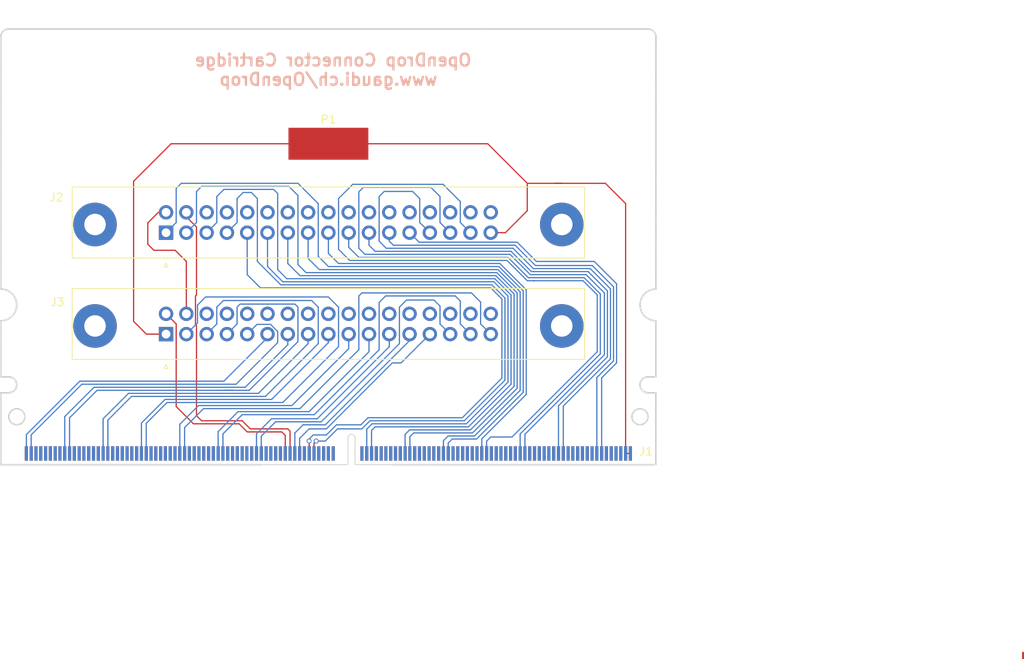
<source format=kicad_pcb>
(kicad_pcb (version 20171130) (host pcbnew 5.1.5+dfsg1-2build2)

  (general
    (thickness 1.6)
    (drawings 280)
    (tracks 366)
    (zones 0)
    (modules 4)
    (nets 37)
  )

  (page A4)
  (layers
    (0 F.Cu signal)
    (31 B.Cu signal)
    (32 B.Adhes user)
    (33 F.Adhes user)
    (34 B.Paste user)
    (35 F.Paste user)
    (36 B.SilkS user)
    (37 F.SilkS user)
    (38 B.Mask user)
    (39 F.Mask user)
    (40 Dwgs.User user)
    (41 Cmts.User user)
    (42 Eco1.User user)
    (43 Eco2.User user)
    (44 Edge.Cuts user)
    (45 Margin user)
    (46 B.CrtYd user)
    (47 F.CrtYd user)
    (48 B.Fab user)
    (49 F.Fab user)
  )

  (setup
    (last_trace_width 0.1524)
    (trace_clearance 0.1524)
    (zone_clearance 0.3)
    (zone_45_only yes)
    (trace_min 0.1)
    (via_size 0.6)
    (via_drill 0.4)
    (via_min_size 0.4)
    (via_min_drill 0.3)
    (uvia_size 0.3)
    (uvia_drill 0.1)
    (uvias_allowed no)
    (uvia_min_size 0)
    (uvia_min_drill 0)
    (edge_width 0.1)
    (segment_width 0.1)
    (pcb_text_width 0.3)
    (pcb_text_size 1.5 1.5)
    (mod_edge_width 0.15)
    (mod_text_size 1 1)
    (mod_text_width 0.15)
    (pad_size 1.35 1)
    (pad_drill 0)
    (pad_to_mask_clearance 0)
    (solder_mask_min_width 0.25)
    (aux_axis_origin 117.264 104.064)
    (grid_origin 100 100.875)
    (visible_elements 7FFFFFFF)
    (pcbplotparams
      (layerselection 0x010fc_ffffffff)
      (usegerberextensions false)
      (usegerberattributes false)
      (usegerberadvancedattributes false)
      (creategerberjobfile false)
      (excludeedgelayer true)
      (linewidth 0.100000)
      (plotframeref false)
      (viasonmask false)
      (mode 1)
      (useauxorigin false)
      (hpglpennumber 1)
      (hpglpenspeed 20)
      (hpglpendiameter 15.000000)
      (psnegative false)
      (psa4output false)
      (plotreference true)
      (plotvalue true)
      (plotinvisibletext false)
      (padsonsilk false)
      (subtractmaskfromsilk false)
      (outputformat 1)
      (mirror false)
      (drillshape 0)
      (scaleselection 1)
      (outputdirectory "gerber/"))
  )

  (net 0 "")
  (net 1 V_GND)
  (net 2 1_1)
  (net 3 1_2)
  (net 4 2_1)
  (net 5 2_2)
  (net 6 3_1)
  (net 7 3_2)
  (net 8 4_1)
  (net 9 4_2)
  (net 10 5_1)
  (net 11 5_2)
  (net 12 6_1)
  (net 13 6_2)
  (net 14 7_1)
  (net 15 7_2)
  (net 16 8_1)
  (net 17 8_2)
  (net 18 10_1)
  (net 19 10_2)
  (net 20 11_1)
  (net 21 11_2)
  (net 22 12_1)
  (net 23 12_2)
  (net 24 13_1)
  (net 25 13_2)
  (net 26 14_1)
  (net 27 14_2)
  (net 28 15_1)
  (net 29 15_2)
  (net 30 16_1)
  (net 31 16_2)
  (net 32 9_2)
  (net 33 9_1)
  (net 34 DETECT2)
  (net 35 DETECT1)
  (net 36 "Net-(J2-Pad2)")

  (net_class Default "This is the default net class."
    (clearance 0.1524)
    (trace_width 0.1524)
    (via_dia 0.6)
    (via_drill 0.4)
    (uvia_dia 0.3)
    (uvia_drill 0.1)
    (add_net 10_1)
    (add_net 10_2)
    (add_net 11_1)
    (add_net 11_2)
    (add_net 12_1)
    (add_net 12_2)
    (add_net 13_1)
    (add_net 13_2)
    (add_net 14_1)
    (add_net 14_2)
    (add_net 15_1)
    (add_net 15_2)
    (add_net 16_1)
    (add_net 16_2)
    (add_net 1_1)
    (add_net 1_2)
    (add_net 2_1)
    (add_net 2_2)
    (add_net 3_1)
    (add_net 3_2)
    (add_net 4_1)
    (add_net 4_2)
    (add_net 5_1)
    (add_net 5_2)
    (add_net 6_1)
    (add_net 6_2)
    (add_net 7_1)
    (add_net 7_2)
    (add_net 8_1)
    (add_net 8_2)
    (add_net 9_1)
    (add_net 9_2)
    (add_net DETECT1)
    (add_net DETECT2)
    (add_net "Net-(J2-Pad2)")
    (add_net V_GND)
  )

  (net_class 4mil ""
    (clearance 0.1)
    (trace_width 0.2)
    (via_dia 0.6)
    (via_drill 0.4)
    (uvia_dia 0.3)
    (uvia_drill 0.1)
  )

  (net_class Big ""
    (clearance 0.1524)
    (trace_width 0.5)
    (via_dia 0.8)
    (via_drill 0.6)
    (uvia_dia 0.3)
    (uvia_drill 0.1)
  )

  (net_class Power ""
    (clearance 0.1524)
    (trace_width 0.3)
    (via_dia 0.8)
    (via_drill 0.6)
    (uvia_dia 0.3)
    (uvia_drill 0.1)
  )

  (module GaudiLabsFootPrints:Mini_Dimm_Cartridge_06_244 (layer F.Cu) (tedit 5FD7C44F) (tstamp 5CBDF658)
    (at 100 133.04)
    (path /5CBC80D3)
    (fp_text reference J1 (at 39.75 -1.665) (layer F.SilkS)
      (effects (font (size 1 1) (thickness 0.15)))
    )
    (fp_text value Mini_Dimm_244 (at -2.159 3.522) (layer F.Fab)
      (effects (font (size 1 1) (thickness 0.15)))
    )
    (fp_poly (pts (xy -38.4 -2.3) (xy -38.4 0) (xy 38.4 0) (xy 38.4 -2.3)) (layer F.Mask) (width 0.15))
    (fp_poly (pts (xy -38.4 -2.3) (xy -38.4 0) (xy 38.4 0) (xy 38.4 -2.3)) (layer B.Mask) (width 0.15))
    (pad 244 smd rect (at -37.8 -1.4) (size 0.4 1.8) (layers B.Cu B.Mask)
      (net 2 1_1))
    (pad 243 smd rect (at -37.2 -1.4) (size 0.4 1.8) (layers B.Cu B.Mask)
      (net 3 1_2))
    (pad 242 smd rect (at -36.6 -1.4) (size 0.4 1.8) (layers B.Cu B.Mask))
    (pad 241 smd rect (at -36 -1.4) (size 0.4 1.8) (layers B.Cu B.Mask))
    (pad 240 smd rect (at -35.4 -1.4) (size 0.4 1.8) (layers B.Cu B.Mask))
    (pad 239 smd rect (at -34.8 -1.4) (size 0.4 1.8) (layers B.Cu B.Mask))
    (pad 238 smd rect (at -34.2 -1.4) (size 0.4 1.8) (layers B.Cu B.Mask))
    (pad 237 smd rect (at -33.6 -1.4) (size 0.4 1.8) (layers B.Cu B.Mask))
    (pad 236 smd rect (at -33 -1.4) (size 0.4 1.8) (layers B.Cu B.Mask)
      (net 4 2_1))
    (pad 235 smd rect (at -32.4 -1.4) (size 0.4 1.8) (layers B.Cu B.Mask)
      (net 5 2_2))
    (pad 234 smd rect (at -31.8 -1.4) (size 0.4 1.8) (layers B.Cu B.Mask))
    (pad 233 smd rect (at -31.2 -1.4) (size 0.4 1.8) (layers B.Cu B.Mask))
    (pad 232 smd rect (at -30.6 -1.4) (size 0.4 1.8) (layers B.Cu B.Mask))
    (pad 231 smd rect (at -30 -1.4) (size 0.4 1.8) (layers B.Cu B.Mask))
    (pad 230 smd rect (at -29.4 -1.4) (size 0.4 1.8) (layers B.Cu B.Mask))
    (pad 229 smd rect (at -28.8 -1.4) (size 0.4 1.8) (layers B.Cu B.Mask))
    (pad 228 smd rect (at -28.2 -1.4) (size 0.4 1.8) (layers B.Cu B.Mask)
      (net 6 3_1))
    (pad 227 smd rect (at -27.6 -1.4) (size 0.4 1.8) (layers B.Cu B.Mask)
      (net 7 3_2))
    (pad 226 smd rect (at -27 -1.4) (size 0.4 1.8) (layers B.Cu B.Mask))
    (pad 225 smd rect (at -26.4 -1.4) (size 0.4 1.8) (layers B.Cu B.Mask))
    (pad 224 smd rect (at -25.8 -1.4) (size 0.4 1.8) (layers B.Cu B.Mask))
    (pad 223 smd rect (at -25.2 -1.4) (size 0.4 1.8) (layers B.Cu B.Mask))
    (pad 222 smd rect (at -24.6 -1.4) (size 0.4 1.8) (layers B.Cu B.Mask))
    (pad 221 smd rect (at -24 -1.4) (size 0.4 1.8) (layers B.Cu B.Mask))
    (pad 220 smd rect (at -23.4 -1.4) (size 0.4 1.8) (layers B.Cu B.Mask)
      (net 8 4_1))
    (pad 219 smd rect (at -22.8 -1.4) (size 0.4 1.8) (layers B.Cu B.Mask)
      (net 9 4_2))
    (pad 218 smd rect (at -22.2 -1.4) (size 0.4 1.8) (layers B.Cu B.Mask))
    (pad 217 smd rect (at -21.6 -1.4) (size 0.4 1.8) (layers B.Cu B.Mask))
    (pad 216 smd rect (at -21 -1.4) (size 0.4 1.8) (layers B.Cu B.Mask))
    (pad 215 smd rect (at -20.4 -1.4) (size 0.4 1.8) (layers B.Cu B.Mask))
    (pad 214 smd rect (at -19.8 -1.4) (size 0.4 1.8) (layers B.Cu B.Mask))
    (pad 213 smd rect (at -19.2 -1.4) (size 0.4 1.8) (layers B.Cu B.Mask))
    (pad 212 smd rect (at -18.6 -1.4) (size 0.4 1.8) (layers B.Cu B.Mask)
      (net 10 5_1))
    (pad 211 smd rect (at -18 -1.4) (size 0.4 1.8) (layers B.Cu B.Mask)
      (net 11 5_2))
    (pad 210 smd rect (at -17.4 -1.4) (size 0.4 1.8) (layers B.Cu B.Mask))
    (pad 209 smd rect (at -16.8 -1.4) (size 0.4 1.8) (layers B.Cu B.Mask))
    (pad 208 smd rect (at -16.2 -1.4) (size 0.4 1.8) (layers B.Cu B.Mask))
    (pad 207 smd rect (at -15.6 -1.4) (size 0.4 1.8) (layers B.Cu B.Mask))
    (pad 206 smd rect (at -15 -1.4) (size 0.4 1.8) (layers B.Cu B.Mask))
    (pad 205 smd rect (at -14.4 -1.4) (size 0.4 1.8) (layers B.Cu B.Mask))
    (pad 204 smd rect (at -13.8 -1.4) (size 0.4 1.8) (layers B.Cu B.Mask)
      (net 12 6_1))
    (pad 203 smd rect (at -13.2 -1.4) (size 0.4 1.8) (layers B.Cu B.Mask)
      (net 13 6_2))
    (pad 202 smd rect (at -12.6 -1.4) (size 0.4 1.8) (layers B.Cu B.Mask))
    (pad 201 smd rect (at -12 -1.4) (size 0.4 1.8) (layers B.Cu B.Mask))
    (pad 200 smd rect (at -11.4 -1.4) (size 0.4 1.8) (layers B.Cu B.Mask))
    (pad 199 smd rect (at -10.8 -1.4) (size 0.4 1.8) (layers B.Cu B.Mask))
    (pad 198 smd rect (at -10.2 -1.4) (size 0.4 1.8) (layers B.Cu B.Mask))
    (pad 197 smd rect (at -9.6 -1.4) (size 0.4 1.8) (layers B.Cu B.Mask))
    (pad 196 smd rect (at -9 -1.4) (size 0.4 1.8) (layers B.Cu B.Mask)
      (net 14 7_1))
    (pad 195 smd rect (at -8.4 -1.4) (size 0.4 1.8) (layers B.Cu B.Mask)
      (net 15 7_2))
    (pad 194 smd rect (at -7.8 -1.4) (size 0.4 1.8) (layers B.Cu B.Mask))
    (pad 193 smd rect (at -7.2 -1.4) (size 0.4 1.8) (layers B.Cu B.Mask))
    (pad 192 smd rect (at -6.6 -1.4) (size 0.4 1.8) (layers B.Cu B.Mask))
    (pad 191 smd rect (at -6 -1.4) (size 0.4 1.8) (layers B.Cu B.Mask))
    (pad 190 smd rect (at -5.4 -1.4) (size 0.4 1.8) (layers B.Cu B.Mask))
    (pad 189 smd rect (at -4.8 -1.4) (size 0.4 1.8) (layers B.Cu B.Mask))
    (pad 188 smd rect (at -4.2 -1.4) (size 0.4 1.8) (layers B.Cu B.Mask)
      (net 16 8_1))
    (pad 187 smd rect (at -3.6 -1.4) (size 0.4 1.8) (layers B.Cu B.Mask)
      (net 17 8_2))
    (pad 186 smd rect (at -3 -1.4) (size 0.4 1.8) (layers B.Cu B.Mask))
    (pad 185 smd rect (at -2.4 -1.4) (size 0.4 1.8) (layers B.Cu B.Mask))
    (pad 184 smd rect (at -1.8 -1.4) (size 0.4 1.8) (layers B.Cu B.Mask))
    (pad 183 smd rect (at -1.2 -1.4) (size 0.4 1.8) (layers B.Cu B.Mask))
    (pad 182 smd rect (at -0.6 -1.4) (size 0.4 1.8) (layers B.Cu B.Mask))
    (pad 181 smd rect (at 0 -1.4) (size 0.4 1.8) (layers B.Cu B.Mask))
    (pad 180 smd rect (at 0.6 -1.4) (size 0.4 1.8) (layers B.Cu B.Mask))
    (pad 179 smd rect (at 4.2 -1.4) (size 0.4 1.8) (layers B.Cu B.Mask))
    (pad 178 smd rect (at 4.8 -1.4) (size 0.4 1.8) (layers B.Cu B.Mask)
      (net 18 10_1))
    (pad 177 smd rect (at 5.4 -1.4) (size 0.4 1.8) (layers B.Cu B.Mask)
      (net 19 10_2))
    (pad 176 smd rect (at 6 -1.4) (size 0.4 1.8) (layers B.Cu B.Mask))
    (pad 175 smd rect (at 6.6 -1.4) (size 0.4 1.8) (layers B.Cu B.Mask))
    (pad 174 smd rect (at 7.2 -1.4) (size 0.4 1.8) (layers B.Cu B.Mask))
    (pad 173 smd rect (at 7.8 -1.4) (size 0.4 1.8) (layers B.Cu B.Mask))
    (pad 172 smd rect (at 8.4 -1.4) (size 0.4 1.8) (layers B.Cu B.Mask))
    (pad 171 smd rect (at 9 -1.4) (size 0.4 1.8) (layers B.Cu B.Mask))
    (pad 170 smd rect (at 9.6 -1.4) (size 0.4 1.8) (layers B.Cu B.Mask)
      (net 20 11_1))
    (pad 169 smd rect (at 10.2 -1.4) (size 0.4 1.8) (layers B.Cu B.Mask)
      (net 21 11_2))
    (pad 168 smd rect (at 10.8 -1.4) (size 0.4 1.8) (layers B.Cu B.Mask))
    (pad 167 smd rect (at 11.4 -1.4) (size 0.4 1.8) (layers B.Cu B.Mask))
    (pad 166 smd rect (at 12 -1.4) (size 0.4 1.8) (layers B.Cu B.Mask))
    (pad 165 smd rect (at 12.6 -1.4) (size 0.4 1.8) (layers B.Cu B.Mask))
    (pad 164 smd rect (at 13.2 -1.4) (size 0.4 1.8) (layers B.Cu B.Mask))
    (pad 163 smd rect (at 13.8 -1.4) (size 0.4 1.8) (layers B.Cu B.Mask))
    (pad 162 smd rect (at 14.4 -1.4) (size 0.4 1.8) (layers B.Cu B.Mask)
      (net 22 12_1))
    (pad 161 smd rect (at 15 -1.4) (size 0.4 1.8) (layers B.Cu B.Mask)
      (net 23 12_2))
    (pad 160 smd rect (at 15.6 -1.4) (size 0.4 1.8) (layers B.Cu B.Mask))
    (pad 159 smd rect (at 16.2 -1.4) (size 0.4 1.8) (layers B.Cu B.Mask))
    (pad 158 smd rect (at 16.8 -1.4) (size 0.4 1.8) (layers B.Cu B.Mask))
    (pad 157 smd rect (at 17.4 -1.4) (size 0.4 1.8) (layers B.Cu B.Mask))
    (pad 156 smd rect (at 18 -1.4) (size 0.4 1.8) (layers B.Cu B.Mask))
    (pad 155 smd rect (at 18.6 -1.4) (size 0.4 1.8) (layers B.Cu B.Mask))
    (pad 154 smd rect (at 19.2 -1.4) (size 0.4 1.8) (layers B.Cu B.Mask)
      (net 24 13_1))
    (pad 153 smd rect (at 19.8 -1.4) (size 0.4 1.8) (layers B.Cu B.Mask)
      (net 25 13_2))
    (pad 152 smd rect (at 20.4 -1.4) (size 0.4 1.8) (layers B.Cu B.Mask))
    (pad 151 smd rect (at 21 -1.4) (size 0.4 1.8) (layers B.Cu B.Mask))
    (pad 150 smd rect (at 21.6 -1.4) (size 0.4 1.8) (layers B.Cu B.Mask))
    (pad 149 smd rect (at 22.2 -1.4) (size 0.4 1.8) (layers B.Cu B.Mask))
    (pad 148 smd rect (at 22.8 -1.4) (size 0.4 1.8) (layers B.Cu B.Mask))
    (pad 147 smd rect (at 23.4 -1.4) (size 0.4 1.8) (layers B.Cu B.Mask))
    (pad 146 smd rect (at 24 -1.4) (size 0.4 1.8) (layers B.Cu B.Mask)
      (net 26 14_1))
    (pad 145 smd rect (at 24.6 -1.4) (size 0.4 1.8) (layers B.Cu B.Mask)
      (net 27 14_2))
    (pad 144 smd rect (at 25.2 -1.4) (size 0.4 1.8) (layers B.Cu B.Mask))
    (pad 143 smd rect (at 25.8 -1.4) (size 0.4 1.8) (layers B.Cu B.Mask))
    (pad 142 smd rect (at 26.4 -1.4) (size 0.4 1.8) (layers B.Cu B.Mask))
    (pad 141 smd rect (at 27 -1.4) (size 0.4 1.8) (layers B.Cu B.Mask))
    (pad 140 smd rect (at 27.6 -1.4) (size 0.4 1.8) (layers B.Cu B.Mask))
    (pad 139 smd rect (at 28.2 -1.4) (size 0.4 1.8) (layers B.Cu B.Mask))
    (pad 138 smd rect (at 28.8 -1.4) (size 0.4 1.8) (layers B.Cu B.Mask)
      (net 28 15_1))
    (pad 137 smd rect (at 29.4 -1.4) (size 0.4 1.8) (layers B.Cu B.Mask)
      (net 29 15_2))
    (pad 136 smd rect (at 30 -1.4) (size 0.4 1.8) (layers B.Cu B.Mask))
    (pad 135 smd rect (at 30.6 -1.4) (size 0.4 1.8) (layers B.Cu B.Mask))
    (pad 134 smd rect (at 31.2 -1.4) (size 0.4 1.8) (layers B.Cu B.Mask))
    (pad 133 smd rect (at 31.8 -1.4) (size 0.4 1.8) (layers B.Cu B.Mask))
    (pad 132 smd rect (at 32.4 -1.4) (size 0.4 1.8) (layers B.Cu B.Mask))
    (pad 131 smd rect (at 33 -1.4) (size 0.4 1.8) (layers B.Cu B.Mask))
    (pad 130 smd rect (at 33.6 -1.4) (size 0.4 1.8) (layers B.Cu B.Mask)
      (net 30 16_1))
    (pad 129 smd rect (at 34.2 -1.4) (size 0.4 1.8) (layers B.Cu B.Mask)
      (net 31 16_2))
    (pad 128 smd rect (at 34.8 -1.4) (size 0.4 1.8) (layers B.Cu B.Mask))
    (pad 127 smd rect (at 35.4 -1.4) (size 0.4 1.8) (layers B.Cu B.Mask))
    (pad 126 smd rect (at 36 -1.4) (size 0.4 1.8) (layers B.Cu B.Mask))
    (pad 125 smd rect (at 36.6 -1.4) (size 0.4 1.8) (layers B.Cu B.Mask))
    (pad 124 smd rect (at 37.2 -1.4) (size 0.4 1.8) (layers B.Cu B.Mask))
    (pad 123 smd rect (at 37.8 -1.4) (size 0.4 1.8) (layers B.Cu B.Mask))
    (pad 122 smd rect (at 37.8 -1.4) (size 0.4 1.8) (layers F.Cu F.Mask)
      (net 1 V_GND))
    (pad 121 smd rect (at 37.2 -1.4) (size 0.4 1.8) (layers F.Cu F.Mask)
      (net 1 V_GND))
    (pad 120 smd rect (at 36.6 -1.4) (size 0.4 1.8) (layers F.Cu F.Mask))
    (pad 119 smd rect (at 36 -1.4) (size 0.4 1.8) (layers F.Cu F.Mask))
    (pad 118 smd rect (at 35.4 -1.4) (size 0.4 1.8) (layers F.Cu F.Mask))
    (pad 117 smd rect (at 34.8 -1.4) (size 0.4 1.8) (layers F.Cu F.Mask))
    (pad 116 smd rect (at 34.2 -1.4) (size 0.4 1.8) (layers F.Cu F.Mask))
    (pad 115 smd rect (at 33.6 -1.4) (size 0.4 1.8) (layers F.Cu F.Mask))
    (pad 114 smd rect (at 33 -1.4) (size 0.4 1.8) (layers F.Cu F.Mask))
    (pad 113 smd rect (at 32.4 -1.4) (size 0.4 1.8) (layers F.Cu F.Mask))
    (pad 112 smd rect (at 31.8 -1.4) (size 0.4 1.8) (layers F.Cu F.Mask))
    (pad 111 smd rect (at 31.2 -1.4) (size 0.4 1.8) (layers F.Cu F.Mask))
    (pad 110 smd rect (at 30.6 -1.4) (size 0.4 1.8) (layers F.Cu F.Mask))
    (pad 109 smd rect (at 30 -1.4) (size 0.4 1.8) (layers F.Cu F.Mask))
    (pad 108 smd rect (at 29.4 -1.4) (size 0.4 1.8) (layers F.Cu F.Mask))
    (pad 107 smd rect (at 28.8 -1.4) (size 0.4 1.8) (layers F.Cu F.Mask))
    (pad 106 smd rect (at 28.2 -1.4) (size 0.4 1.8) (layers F.Cu F.Mask))
    (pad 105 smd rect (at 27.6 -1.4) (size 0.4 1.8) (layers F.Cu F.Mask))
    (pad 104 smd rect (at 27 -1.4) (size 0.4 1.8) (layers F.Cu F.Mask))
    (pad 103 smd rect (at 26.4 -1.4) (size 0.4 1.8) (layers F.Cu F.Mask))
    (pad 102 smd rect (at 25.8 -1.4) (size 0.4 1.8) (layers F.Cu F.Mask))
    (pad 101 smd rect (at 25.2 -1.4) (size 0.4 1.8) (layers F.Cu F.Mask))
    (pad 100 smd rect (at 24.6 -1.4) (size 0.4 1.8) (layers F.Cu F.Mask))
    (pad 99 smd rect (at 24 -1.4) (size 0.4 1.8) (layers F.Cu F.Mask))
    (pad 98 smd rect (at 23.4 -1.4) (size 0.4 1.8) (layers F.Cu F.Mask))
    (pad 97 smd rect (at 22.8 -1.4) (size 0.4 1.8) (layers F.Cu F.Mask))
    (pad 96 smd rect (at 22.2 -1.4) (size 0.4 1.8) (layers F.Cu F.Mask))
    (pad 95 smd rect (at 21.6 -1.4) (size 0.4 1.8) (layers F.Cu F.Mask))
    (pad 94 smd rect (at 21 -1.4) (size 0.4 1.8) (layers F.Cu F.Mask))
    (pad 93 smd rect (at 20.4 -1.4) (size 0.4 1.8) (layers F.Cu F.Mask))
    (pad 92 smd rect (at 19.8 -1.4) (size 0.4 1.8) (layers F.Cu F.Mask))
    (pad 91 smd rect (at 19.2 -1.4) (size 0.4 1.8) (layers F.Cu F.Mask))
    (pad 90 smd rect (at 18.6 -1.4) (size 0.4 1.8) (layers F.Cu F.Mask))
    (pad 89 smd rect (at 18 -1.4) (size 0.4 1.8) (layers F.Cu F.Mask))
    (pad 88 smd rect (at 17.4 -1.4) (size 0.4 1.8) (layers F.Cu F.Mask))
    (pad 87 smd rect (at 16.8 -1.4) (size 0.4 1.8) (layers F.Cu F.Mask))
    (pad 86 smd rect (at 16.2 -1.4) (size 0.4 1.8) (layers F.Cu F.Mask))
    (pad 85 smd rect (at 15.6 -1.4) (size 0.4 1.8) (layers F.Cu F.Mask))
    (pad 84 smd rect (at 15 -1.4) (size 0.4 1.8) (layers F.Cu F.Mask))
    (pad 83 smd rect (at 14.4 -1.4) (size 0.4 1.8) (layers F.Cu F.Mask))
    (pad 82 smd rect (at 13.8 -1.4) (size 0.4 1.8) (layers F.Cu F.Mask))
    (pad 81 smd rect (at 13.2 -1.4) (size 0.4 1.8) (layers F.Cu F.Mask))
    (pad 80 smd rect (at 12.6 -1.4) (size 0.4 1.8) (layers F.Cu F.Mask))
    (pad 79 smd rect (at 12 -1.4) (size 0.4 1.8) (layers F.Cu F.Mask))
    (pad 78 smd rect (at 11.4 -1.4) (size 0.4 1.8) (layers F.Cu F.Mask))
    (pad 77 smd rect (at 10.8 -1.4) (size 0.4 1.8) (layers F.Cu F.Mask))
    (pad 76 smd rect (at 10.2 -1.4) (size 0.4 1.8) (layers F.Cu F.Mask))
    (pad 75 smd rect (at 9.6 -1.4) (size 0.4 1.8) (layers F.Cu F.Mask))
    (pad 74 smd rect (at 9 -1.4) (size 0.4 1.8) (layers F.Cu F.Mask))
    (pad 73 smd rect (at 8.4 -1.4) (size 0.4 1.8) (layers F.Cu F.Mask))
    (pad 72 smd rect (at 7.8 -1.4) (size 0.4 1.8) (layers F.Cu F.Mask))
    (pad 71 smd rect (at 7.2 -1.4) (size 0.4 1.8) (layers F.Cu F.Mask))
    (pad 70 smd rect (at 6.6 -1.4) (size 0.4 1.8) (layers F.Cu F.Mask))
    (pad 69 smd rect (at 6 -1.4) (size 0.4 1.8) (layers F.Cu F.Mask))
    (pad 68 smd rect (at 5.4 -1.4) (size 0.4 1.8) (layers F.Cu F.Mask))
    (pad 67 smd rect (at 4.8 -1.4) (size 0.4 1.8) (layers F.Cu F.Mask))
    (pad 66 smd rect (at 4.2 -1.4) (size 0.4 1.8) (layers F.Cu F.Mask))
    (pad 65 smd rect (at 0.6 -1.4) (size 0.4 1.8) (layers F.Cu F.Mask))
    (pad 64 smd rect (at 0 -1.4) (size 0.4 1.8) (layers F.Cu F.Mask))
    (pad 63 smd rect (at -0.6 -1.4) (size 0.4 1.8) (layers F.Cu F.Mask))
    (pad 62 smd rect (at -1.2 -1.4) (size 0.4 1.8) (layers F.Cu F.Mask))
    (pad 61 smd rect (at -1.8 -1.4) (size 0.4 1.8) (layers F.Cu F.Mask)
      (net 32 9_2))
    (pad 60 smd rect (at -2.4 -1.4) (size 0.4 1.8) (layers F.Cu F.Mask)
      (net 33 9_1))
    (pad 59 smd rect (at -3 -1.4) (size 0.4 1.8) (layers F.Cu F.Mask))
    (pad 58 smd rect (at -3.6 -1.4) (size 0.4 1.8) (layers F.Cu F.Mask))
    (pad 57 smd rect (at -4.2 -1.4) (size 0.4 1.8) (layers F.Cu F.Mask))
    (pad 56 smd rect (at -4.8 -1.4) (size 0.4 1.8) (layers F.Cu F.Mask)
      (net 34 DETECT2))
    (pad 55 smd rect (at -5.4 -1.4) (size 0.4 1.8) (layers F.Cu F.Mask)
      (net 35 DETECT1))
    (pad 54 smd rect (at -6 -1.4) (size 0.4 1.8) (layers F.Cu F.Mask))
    (pad 53 smd rect (at -6.6 -1.4) (size 0.4 1.8) (layers F.Cu F.Mask))
    (pad 52 smd rect (at -7.2 -1.4) (size 0.4 1.8) (layers F.Cu F.Mask))
    (pad 51 smd rect (at -7.8 -1.4) (size 0.4 1.8) (layers F.Cu F.Mask))
    (pad 50 smd rect (at -8.4 -1.4) (size 0.4 1.8) (layers F.Cu F.Mask))
    (pad 49 smd rect (at -9 -1.4) (size 0.4 1.8) (layers F.Cu F.Mask))
    (pad 48 smd rect (at -9.6 -1.4) (size 0.4 1.8) (layers F.Cu F.Mask))
    (pad 47 smd rect (at -10.2 -1.4) (size 0.4 1.8) (layers F.Cu F.Mask))
    (pad 46 smd rect (at -10.8 -1.4) (size 0.4 1.8) (layers F.Cu F.Mask))
    (pad 45 smd rect (at -11.4 -1.4) (size 0.4 1.8) (layers F.Cu F.Mask))
    (pad 44 smd rect (at -12 -1.4) (size 0.4 1.8) (layers F.Cu F.Mask))
    (pad 43 smd rect (at -12.6 -1.4) (size 0.4 1.8) (layers F.Cu F.Mask))
    (pad 42 smd rect (at -13.2 -1.4) (size 0.4 1.8) (layers F.Cu F.Mask))
    (pad 41 smd rect (at -13.8 -1.4) (size 0.4 1.8) (layers F.Cu F.Mask))
    (pad 40 smd rect (at -14.4 -1.4) (size 0.4 1.8) (layers F.Cu F.Mask))
    (pad 39 smd rect (at -15 -1.4) (size 0.4 1.8) (layers F.Cu F.Mask))
    (pad 38 smd rect (at -15.6 -1.4) (size 0.4 1.8) (layers F.Cu F.Mask))
    (pad 37 smd rect (at -16.2 -1.4) (size 0.4 1.8) (layers F.Cu F.Mask))
    (pad 36 smd rect (at -16.8 -1.4) (size 0.4 1.8) (layers F.Cu F.Mask))
    (pad 35 smd rect (at -17.4 -1.4) (size 0.4 1.8) (layers F.Cu F.Mask))
    (pad 34 smd rect (at -18 -1.4) (size 0.4 1.8) (layers F.Cu F.Mask))
    (pad 33 smd rect (at -18.6 -1.4) (size 0.4 1.8) (layers F.Cu F.Mask))
    (pad 32 smd rect (at -19.2 -1.4) (size 0.4 1.8) (layers F.Cu F.Mask))
    (pad 31 smd rect (at -19.8 -1.4) (size 0.4 1.8) (layers F.Cu F.Mask))
    (pad 30 smd rect (at -20.4 -1.4) (size 0.4 1.8) (layers F.Cu F.Mask))
    (pad 29 smd rect (at -21 -1.4) (size 0.4 1.8) (layers F.Cu F.Mask))
    (pad 28 smd rect (at -21.6 -1.4) (size 0.4 1.8) (layers F.Cu F.Mask))
    (pad 27 smd rect (at -22.2 -1.4) (size 0.4 1.8) (layers F.Cu F.Mask))
    (pad 26 smd rect (at -22.8 -1.4) (size 0.4 1.8) (layers F.Cu F.Mask))
    (pad 25 smd rect (at -23.4 -1.4) (size 0.4 1.8) (layers F.Cu F.Mask))
    (pad 24 smd rect (at -24 -1.4) (size 0.4 1.8) (layers F.Cu F.Mask))
    (pad 23 smd rect (at -24.6 -1.4) (size 0.4 1.8) (layers F.Cu F.Mask))
    (pad 22 smd rect (at -25.2 -1.4) (size 0.4 1.8) (layers F.Cu F.Mask))
    (pad 21 smd rect (at -25.8 -1.4) (size 0.4 1.8) (layers F.Cu F.Mask))
    (pad 20 smd rect (at -26.4 -1.4) (size 0.4 1.8) (layers F.Cu F.Mask))
    (pad 19 smd rect (at -27 -1.4) (size 0.4 1.8) (layers F.Cu F.Mask))
    (pad 18 smd rect (at -27.6 -1.4) (size 0.4 1.8) (layers F.Cu F.Mask))
    (pad 17 smd rect (at -28.2 -1.4) (size 0.4 1.8) (layers F.Cu F.Mask))
    (pad 16 smd rect (at -28.8 -1.4) (size 0.4 1.8) (layers F.Cu F.Mask))
    (pad 15 smd rect (at -29.4 -1.4) (size 0.4 1.8) (layers F.Cu F.Mask))
    (pad 14 smd rect (at -30 -1.4) (size 0.4 1.8) (layers F.Cu F.Mask))
    (pad 13 smd rect (at -30.6 -1.4) (size 0.4 1.8) (layers F.Cu F.Mask))
    (pad 12 smd rect (at -31.2 -1.4) (size 0.4 1.8) (layers F.Cu F.Mask))
    (pad 11 smd rect (at -31.8 -1.4) (size 0.4 1.8) (layers F.Cu F.Mask))
    (pad 10 smd rect (at -32.4 -1.4) (size 0.4 1.8) (layers F.Cu F.Mask))
    (pad 9 smd rect (at -33 -1.4) (size 0.4 1.8) (layers F.Cu F.Mask))
    (pad 8 smd rect (at -33.6 -1.4) (size 0.4 1.8) (layers F.Cu F.Mask))
    (pad 7 smd rect (at -34.2 -1.4) (size 0.4 1.8) (layers F.Cu F.Mask))
    (pad 6 smd rect (at -34.8 -1.4) (size 0.4 1.8) (layers F.Cu F.Mask))
    (pad 5 smd rect (at -35.4 -1.4) (size 0.4 1.8) (layers F.Cu F.Mask))
    (pad 4 smd rect (at -36 -1.4) (size 0.4 1.8) (layers F.Cu F.Mask))
    (pad 3 smd rect (at -36.6 -1.4) (size 0.4 1.8) (layers F.Cu F.Mask))
    (pad 2 smd rect (at -37.2 -1.4) (size 0.4 1.8) (layers F.Cu F.Mask))
    (pad 1 smd rect (at -37.8 -1.4) (size 0.4 1.8) (layers F.Cu F.Mask))
    (pad "" np_thru_hole circle (at -39 -6) (size 1.8 1.8) (drill 1.8) (layers *.Cu *.Mask))
    (pad "" np_thru_hole circle (at 39 -6) (size 1.8 1.8) (drill 1.8) (layers *.Cu *.Mask))
  )

  (module GaudiLabsFootPrints:Pad_4mm_10mm (layer F.Cu) (tedit 5CB31DBE) (tstamp 5CC022B7)
    (at 100 92.874)
    (path /5CB56B26)
    (fp_text reference P1 (at 0 -3.048) (layer F.SilkS)
      (effects (font (size 1 1) (thickness 0.15)))
    )
    (fp_text value V_GND (at -0.635 -17.145) (layer F.Fab)
      (effects (font (size 1 1) (thickness 0.15)))
    )
    (pad 1 smd rect (at 0 0) (size 10 4) (layers F.Cu F.Paste F.Mask)
      (net 1 V_GND))
  )

  (module GaudiLabsFootPrints:IDC-Header_2x17_P2.54mm_Vertical_Lock (layer F.Cu) (tedit 60377D91) (tstamp 6037E88A)
    (at 79.68 104 90)
    (descr "Connector IDC Locked, 10 contacts, compatible header: PANCON HE10 (Series 50, (https://www.reboul.fr/storage/00003af6.pdf)")
    (tags "connector idc locked")
    (path /6054A9C6)
    (fp_text reference J2 (at 4.395 -13.716) (layer F.SilkS)
      (effects (font (size 1 1) (thickness 0.15)))
    )
    (fp_text value Conn_02x17_Odd_Even (at 0.204 73.279) (layer F.Fab)
      (effects (font (size 1 1) (thickness 0.15)))
    )
    (fp_text user %R (at 4.649 66.929 180) (layer F.Fab)
      (effects (font (size 1 1) (thickness 0.15)))
    )
    (fp_line (start -4.318 0.254) (end -3.81 0) (layer F.SilkS) (width 0.12))
    (fp_line (start -4.318 -0.254) (end -4.318 0.254) (layer F.SilkS) (width 0.12))
    (fp_line (start -3.81 0) (end -4.318 -0.254) (layer F.SilkS) (width 0.12))
    (fp_line (start -1.016 0) (end -2.286 1.016) (layer F.Fab) (width 0.1))
    (fp_line (start -2.286 -1.016) (end -1.016 0) (layer F.Fab) (width 0.1))
    (fp_line (start 5.59 -10.92) (end -3.05 -10.92) (layer F.Fab) (width 0.1))
    (fp_line (start -3.05 -10.92) (end -3.05 51.56) (layer F.Fab) (width 0.1))
    (fp_line (start -3.05 51.56) (end 5.59 51.56) (layer F.Fab) (width 0.1))
    (fp_line (start 5.59 51.56) (end 5.59 -10.92) (layer F.Fab) (width 0.1))
    (fp_line (start -3.05 18.54) (end -2.29 18.54) (layer F.Fab) (width 0.1))
    (fp_line (start -2.29 18.54) (end -2.29 -3.81) (layer F.Fab) (width 0.1))
    (fp_line (start -2.29 -3.81) (end 4.83 -3.81) (layer F.Fab) (width 0.1))
    (fp_line (start 4.83 -3.81) (end 4.83 44.45) (layer F.Fab) (width 0.1))
    (fp_line (start 4.83 44.45) (end -2.29 44.45) (layer F.Fab) (width 0.1))
    (fp_line (start -2.29 44.45) (end -2.29 22.1) (layer F.Fab) (width 0.1))
    (fp_line (start -2.29 22.1) (end -3.05 22.1) (layer F.Fab) (width 0.1))
    (fp_line (start 5.84 -11.87) (end 5.84 52.51) (layer F.CrtYd) (width 0.05))
    (fp_line (start 5.84 -11.87) (end -3.3 -11.87) (layer F.CrtYd) (width 0.05))
    (fp_line (start -3.3 52.51) (end 5.84 52.51) (layer F.CrtYd) (width 0.05))
    (fp_line (start -3.3 52.51) (end -3.3 -11.87) (layer F.CrtYd) (width 0.05))
    (fp_line (start 5.71 -11.74) (end 5.71 52.38) (layer F.SilkS) (width 0.12))
    (fp_line (start 5.71 -11.74) (end -3.17 -11.74) (layer F.SilkS) (width 0.12))
    (fp_line (start -3.17 52.38) (end 5.71 52.38) (layer F.SilkS) (width 0.12))
    (fp_line (start -3.17 52.38) (end -3.17 -11.74) (layer F.SilkS) (width 0.12))
    (pad 1 thru_hole rect (at 0 0) (size 1.8 1.8) (drill 1.1) (layers *.Cu *.Mask)
      (net 23 12_2))
    (pad 2 thru_hole circle (at 2.54 0) (size 1.8 1.8) (drill 1.1) (layers *.Cu *.Mask)
      (net 36 "Net-(J2-Pad2)"))
    (pad 3 thru_hole circle (at 0 2.54) (size 1.8 1.8) (drill 1.1) (layers *.Cu *.Mask)
      (net 21 11_2))
    (pad 4 thru_hole circle (at 2.54 2.54) (size 1.8 1.8) (drill 1.1) (layers *.Cu *.Mask)
      (net 34 DETECT2))
    (pad 5 thru_hole circle (at 0 5.08) (size 1.8 1.8) (drill 1.1) (layers *.Cu *.Mask)
      (net 19 10_2))
    (pad 6 thru_hole circle (at 2.54 5.08) (size 1.8 1.8) (drill 1.1) (layers *.Cu *.Mask))
    (pad 7 thru_hole circle (at 0 7.62) (size 1.8 1.8) (drill 1.1) (layers *.Cu *.Mask)
      (net 32 9_2))
    (pad 8 thru_hole circle (at 2.54 7.62) (size 1.8 1.8) (drill 1.1) (layers *.Cu *.Mask))
    (pad 9 thru_hole circle (at 0 10.16) (size 1.8 1.8) (drill 1.1) (layers *.Cu *.Mask)
      (net 33 9_1))
    (pad 10 thru_hole circle (at 2.54 10.16) (size 1.8 1.8) (drill 1.1) (layers *.Cu *.Mask))
    (pad 11 thru_hole circle (at 0 12.7) (size 1.8 1.8) (drill 1.1) (layers *.Cu *.Mask)
      (net 18 10_1))
    (pad 12 thru_hole circle (at 2.54 12.7) (size 1.8 1.8) (drill 1.1) (layers *.Cu *.Mask))
    (pad 13 thru_hole circle (at 0 15.24) (size 1.8 1.8) (drill 1.1) (layers *.Cu *.Mask)
      (net 20 11_1))
    (pad 14 thru_hole circle (at 2.54 15.24) (size 1.8 1.8) (drill 1.1) (layers *.Cu *.Mask))
    (pad 15 thru_hole circle (at 0 17.78) (size 1.8 1.8) (drill 1.1) (layers *.Cu *.Mask)
      (net 22 12_1))
    (pad 16 thru_hole circle (at 2.54 17.78) (size 1.8 1.8) (drill 1.1) (layers *.Cu *.Mask))
    (pad 17 thru_hole circle (at 0 20.32) (size 1.8 1.8) (drill 1.1) (layers *.Cu *.Mask)
      (net 24 13_1))
    (pad 18 thru_hole circle (at 2.54 20.32) (size 1.8 1.8) (drill 1.1) (layers *.Cu *.Mask))
    (pad 19 thru_hole circle (at 0 22.86) (size 1.8 1.8) (drill 1.1) (layers *.Cu *.Mask)
      (net 26 14_1))
    (pad 20 thru_hole circle (at 2.54 22.86) (size 1.8 1.8) (drill 1.1) (layers *.Cu *.Mask))
    (pad "" thru_hole circle (at 1.02 -8.89) (size 5.46 5.46) (drill 2.69) (layers *.Cu *.Mask))
    (pad 21 thru_hole circle (at 0 25.4) (size 1.8 1.8) (drill 1.1) (layers *.Cu *.Mask)
      (net 28 15_1))
    (pad 22 thru_hole circle (at 2.54 25.4) (size 1.8 1.8) (drill 1.1) (layers *.Cu *.Mask))
    (pad 23 thru_hole circle (at 0 27.94) (size 1.8 1.8) (drill 1.1) (layers *.Cu *.Mask)
      (net 30 16_1))
    (pad 24 thru_hole circle (at 2.54 27.94) (size 1.8 1.8) (drill 1.1) (layers *.Cu *.Mask))
    (pad 25 thru_hole circle (at 0 30.48) (size 1.8 1.8) (drill 1.1) (layers *.Cu *.Mask)
      (net 31 16_2))
    (pad 26 thru_hole circle (at 2.54 30.48) (size 1.8 1.8) (drill 1.1) (layers *.Cu *.Mask))
    (pad 27 thru_hole circle (at 0 33.02) (size 1.8 1.8) (drill 1.1) (layers *.Cu *.Mask)
      (net 29 15_2))
    (pad 28 thru_hole circle (at 2.54 33.02) (size 1.8 1.8) (drill 1.1) (layers *.Cu *.Mask))
    (pad 29 thru_hole circle (at 0 35.56) (size 1.8 1.8) (drill 1.1) (layers *.Cu *.Mask)
      (net 27 14_2))
    (pad 30 thru_hole circle (at 2.54 35.56) (size 1.8 1.8) (drill 1.1) (layers *.Cu *.Mask))
    (pad 31 thru_hole circle (at 0 38.1) (size 1.8 1.8) (drill 1.1) (layers *.Cu *.Mask)
      (net 25 13_2))
    (pad 32 thru_hole circle (at 2.54 38.1) (size 1.8 1.8) (drill 1.1) (layers *.Cu *.Mask))
    (pad 33 thru_hole circle (at 0 40.64) (size 1.8 1.8) (drill 1.1) (layers *.Cu *.Mask)
      (net 1 V_GND))
    (pad 34 thru_hole circle (at 2.54 40.64) (size 1.8 1.8) (drill 1.1) (layers *.Cu *.Mask))
    (pad "" thru_hole circle (at 1.02 49.53) (size 5.46 5.46) (drill 2.69) (layers *.Cu *.Mask))
    (model ${KISYS3DMOD}/Connector_IDC.3dshapes/IDC-Header_2x17_P2.54mm_Vertical_Lock.wrl
      (at (xyz 0 0 0))
      (scale (xyz 1 1 1))
      (rotate (xyz 0 0 0))
    )
  )

  (module GaudiLabsFootPrints:IDC-Header_2x17_P2.54mm_Vertical_Lock (layer F.Cu) (tedit 60377D91) (tstamp 6037E8CA)
    (at 79.68 116.7 90)
    (descr "Connector IDC Locked, 10 contacts, compatible header: PANCON HE10 (Series 50, (https://www.reboul.fr/storage/00003af6.pdf)")
    (tags "connector idc locked")
    (path /603A2A32)
    (fp_text reference J3 (at 4.014 -13.589 180) (layer F.SilkS)
      (effects (font (size 1 1) (thickness 0.15)))
    )
    (fp_text value Conn_02x17_Odd_Even (at -1.447 73.66 180) (layer F.Fab)
      (effects (font (size 1 1) (thickness 0.15)))
    )
    (fp_line (start -3.17 52.38) (end -3.17 -11.74) (layer F.SilkS) (width 0.12))
    (fp_line (start -3.17 52.38) (end 5.71 52.38) (layer F.SilkS) (width 0.12))
    (fp_line (start 5.71 -11.74) (end -3.17 -11.74) (layer F.SilkS) (width 0.12))
    (fp_line (start 5.71 -11.74) (end 5.71 52.38) (layer F.SilkS) (width 0.12))
    (fp_line (start -3.3 52.51) (end -3.3 -11.87) (layer F.CrtYd) (width 0.05))
    (fp_line (start -3.3 52.51) (end 5.84 52.51) (layer F.CrtYd) (width 0.05))
    (fp_line (start 5.84 -11.87) (end -3.3 -11.87) (layer F.CrtYd) (width 0.05))
    (fp_line (start 5.84 -11.87) (end 5.84 52.51) (layer F.CrtYd) (width 0.05))
    (fp_line (start -2.29 22.1) (end -3.05 22.1) (layer F.Fab) (width 0.1))
    (fp_line (start -2.29 44.45) (end -2.29 22.1) (layer F.Fab) (width 0.1))
    (fp_line (start 4.83 44.45) (end -2.29 44.45) (layer F.Fab) (width 0.1))
    (fp_line (start 4.83 -3.81) (end 4.83 44.45) (layer F.Fab) (width 0.1))
    (fp_line (start -2.29 -3.81) (end 4.83 -3.81) (layer F.Fab) (width 0.1))
    (fp_line (start -2.29 18.54) (end -2.29 -3.81) (layer F.Fab) (width 0.1))
    (fp_line (start -3.05 18.54) (end -2.29 18.54) (layer F.Fab) (width 0.1))
    (fp_line (start 5.59 51.56) (end 5.59 -10.92) (layer F.Fab) (width 0.1))
    (fp_line (start -3.05 51.56) (end 5.59 51.56) (layer F.Fab) (width 0.1))
    (fp_line (start -3.05 -10.92) (end -3.05 51.56) (layer F.Fab) (width 0.1))
    (fp_line (start 5.59 -10.92) (end -3.05 -10.92) (layer F.Fab) (width 0.1))
    (fp_line (start -2.286 -1.016) (end -1.016 0) (layer F.Fab) (width 0.1))
    (fp_line (start -1.016 0) (end -2.286 1.016) (layer F.Fab) (width 0.1))
    (fp_line (start -3.81 0) (end -4.318 -0.254) (layer F.SilkS) (width 0.12))
    (fp_line (start -4.318 -0.254) (end -4.318 0.254) (layer F.SilkS) (width 0.12))
    (fp_line (start -4.318 0.254) (end -3.81 0) (layer F.SilkS) (width 0.12))
    (fp_text user %R (at 4.649 66.929 180) (layer F.Fab)
      (effects (font (size 1 1) (thickness 0.15)))
    )
    (pad "" thru_hole circle (at 1.02 49.53) (size 5.46 5.46) (drill 2.69) (layers *.Cu *.Mask))
    (pad 34 thru_hole circle (at 2.54 40.64) (size 1.8 1.8) (drill 1.1) (layers *.Cu *.Mask))
    (pad 33 thru_hole circle (at 0 40.64) (size 1.8 1.8) (drill 1.1) (layers *.Cu *.Mask)
      (net 11 5_2))
    (pad 32 thru_hole circle (at 2.54 38.1) (size 1.8 1.8) (drill 1.1) (layers *.Cu *.Mask))
    (pad 31 thru_hole circle (at 0 38.1) (size 1.8 1.8) (drill 1.1) (layers *.Cu *.Mask)
      (net 13 6_2))
    (pad 30 thru_hole circle (at 2.54 35.56) (size 1.8 1.8) (drill 1.1) (layers *.Cu *.Mask))
    (pad 29 thru_hole circle (at 0 35.56) (size 1.8 1.8) (drill 1.1) (layers *.Cu *.Mask)
      (net 15 7_2))
    (pad 28 thru_hole circle (at 2.54 33.02) (size 1.8 1.8) (drill 1.1) (layers *.Cu *.Mask))
    (pad 27 thru_hole circle (at 0 33.02) (size 1.8 1.8) (drill 1.1) (layers *.Cu *.Mask)
      (net 17 8_2))
    (pad 26 thru_hole circle (at 2.54 30.48) (size 1.8 1.8) (drill 1.1) (layers *.Cu *.Mask))
    (pad 25 thru_hole circle (at 0 30.48) (size 1.8 1.8) (drill 1.1) (layers *.Cu *.Mask)
      (net 16 8_1))
    (pad 24 thru_hole circle (at 2.54 27.94) (size 1.8 1.8) (drill 1.1) (layers *.Cu *.Mask))
    (pad 23 thru_hole circle (at 0 27.94) (size 1.8 1.8) (drill 1.1) (layers *.Cu *.Mask)
      (net 14 7_1))
    (pad 22 thru_hole circle (at 2.54 25.4) (size 1.8 1.8) (drill 1.1) (layers *.Cu *.Mask))
    (pad 21 thru_hole circle (at 0 25.4) (size 1.8 1.8) (drill 1.1) (layers *.Cu *.Mask)
      (net 12 6_1))
    (pad "" thru_hole circle (at 1.02 -8.89) (size 5.46 5.46) (drill 2.69) (layers *.Cu *.Mask))
    (pad 20 thru_hole circle (at 2.54 22.86) (size 1.8 1.8) (drill 1.1) (layers *.Cu *.Mask))
    (pad 19 thru_hole circle (at 0 22.86) (size 1.8 1.8) (drill 1.1) (layers *.Cu *.Mask)
      (net 10 5_1))
    (pad 18 thru_hole circle (at 2.54 20.32) (size 1.8 1.8) (drill 1.1) (layers *.Cu *.Mask))
    (pad 17 thru_hole circle (at 0 20.32) (size 1.8 1.8) (drill 1.1) (layers *.Cu *.Mask)
      (net 8 4_1))
    (pad 16 thru_hole circle (at 2.54 17.78) (size 1.8 1.8) (drill 1.1) (layers *.Cu *.Mask))
    (pad 15 thru_hole circle (at 0 17.78) (size 1.8 1.8) (drill 1.1) (layers *.Cu *.Mask)
      (net 6 3_1))
    (pad 14 thru_hole circle (at 2.54 15.24) (size 1.8 1.8) (drill 1.1) (layers *.Cu *.Mask))
    (pad 13 thru_hole circle (at 0 15.24) (size 1.8 1.8) (drill 1.1) (layers *.Cu *.Mask)
      (net 4 2_1))
    (pad 12 thru_hole circle (at 2.54 12.7) (size 1.8 1.8) (drill 1.1) (layers *.Cu *.Mask))
    (pad 11 thru_hole circle (at 0 12.7) (size 1.8 1.8) (drill 1.1) (layers *.Cu *.Mask)
      (net 2 1_1))
    (pad 10 thru_hole circle (at 2.54 10.16) (size 1.8 1.8) (drill 1.1) (layers *.Cu *.Mask))
    (pad 9 thru_hole circle (at 0 10.16) (size 1.8 1.8) (drill 1.1) (layers *.Cu *.Mask)
      (net 3 1_2))
    (pad 8 thru_hole circle (at 2.54 7.62) (size 1.8 1.8) (drill 1.1) (layers *.Cu *.Mask))
    (pad 7 thru_hole circle (at 0 7.62) (size 1.8 1.8) (drill 1.1) (layers *.Cu *.Mask)
      (net 5 2_2))
    (pad 6 thru_hole circle (at 2.54 5.08) (size 1.8 1.8) (drill 1.1) (layers *.Cu *.Mask))
    (pad 5 thru_hole circle (at 0 5.08) (size 1.8 1.8) (drill 1.1) (layers *.Cu *.Mask)
      (net 7 3_2))
    (pad 4 thru_hole circle (at 2.54 2.54) (size 1.8 1.8) (drill 1.1) (layers *.Cu *.Mask)
      (net 36 "Net-(J2-Pad2)"))
    (pad 3 thru_hole circle (at 0 2.54) (size 1.8 1.8) (drill 1.1) (layers *.Cu *.Mask)
      (net 9 4_2))
    (pad 2 thru_hole circle (at 2.54 0) (size 1.8 1.8) (drill 1.1) (layers *.Cu *.Mask)
      (net 35 DETECT1))
    (pad 1 thru_hole rect (at 0 0) (size 1.8 1.8) (drill 1.1) (layers *.Cu *.Mask)
      (net 1 V_GND))
    (model ${KISYS3DMOD}/Connector_IDC.3dshapes/IDC-Header_2x17_P2.54mm_Vertical_Lock.wrl
      (at (xyz 0 0 0))
      (scale (xyz 1 1 1))
      (rotate (xyz 0 0 0))
    )
  )

  (gr_arc (start 102.894275 129.687369) (end 103.339699 129.687369) (angle -180) (layer Edge.Cuts) (width 0.1))
  (gr_line (start 139.996909 78.514394) (end 129.996769 78.514397) (layer Edge.Cuts) (width 0.2) (tstamp 5CAF6967))
  (gr_line (start 132.480117 110.476347) (end 67.51065 110.476347) (layer Eco2.User) (width 0.2) (tstamp 5CAF682F))
  (gr_line (start 67.51065 110.476347) (end 67.51065 88.506874) (layer Eco2.User) (width 0.2) (tstamp 5CAF9B2B))
  (gr_line (start 139.38325 127.96358) (end 139.1962 128.02168) (layer Edge.Cuts) (width 0.2) (tstamp 5CAF6598))
  (gr_line (start 139.97168 127.2462) (end 139.91358 127.43325) (layer Edge.Cuts) (width 0.2) (tstamp 5CAF659B))
  (gr_line (start 139.82168 127.60252) (end 139.7 127.75) (layer Edge.Cuts) (width 0.2) (tstamp 5CAF659E))
  (gr_line (start 139.91358 127.43325) (end 139.82168 127.60252) (layer Edge.Cuts) (width 0.2) (tstamp 5CAF65A1))
  (gr_line (start 59.246338 124.045069) (end 59.121604 124.045069) (layer Edge.Cuts) (width 0.2) (tstamp 5CAF65AD))
  (gr_line (start 59.371071 124.045069) (end 59.246338 124.045069) (layer Edge.Cuts) (width 0.2) (tstamp 5CAF65B0))
  (gr_line (start 59.495805 124.045069) (end 59.371071 124.045069) (layer Edge.Cuts) (width 0.2) (tstamp 5CAF65B3))
  (gr_line (start 138.29074 127.7499) (end 138.16906 127.60242) (layer Edge.Cuts) (width 0.2) (tstamp 5CAF65B6))
  (gr_line (start 138.43822 127.87158) (end 138.29074 127.7499) (layer Edge.Cuts) (width 0.2) (tstamp 5CAF65B9))
  (gr_line (start 102.44885 133.038859) (end 102.44885 129.687369) (layer Edge.Cuts) (width 0.1) (tstamp 6037F444))
  (gr_line (start 139.995109 124.045269) (end 139.995109 124.044769) (layer Edge.Cuts) (width 0.2) (tstamp 5CAF65C5))
  (gr_line (start 140.118869 124.045269) (end 139.995109 124.045269) (layer Edge.Cuts) (width 0.2) (tstamp 5CAF65C8))
  (gr_line (start 140.242639 124.045269) (end 140.118869 124.045269) (layer Edge.Cuts) (width 0.2) (tstamp 5CAF65CB))
  (gr_line (start 140.366399 124.045269) (end 140.242639 124.045269) (layer Edge.Cuts) (width 0.2) (tstamp 5CAF65CE))
  (gr_line (start 138.60758 126.12707) (end 138.79463 126.06897) (layer Edge.Cuts) (width 0.2) (tstamp 5CAF65D1))
  (gr_line (start 138.43831 126.21897) (end 138.60758 126.12707) (layer Edge.Cuts) (width 0.2) (tstamp 5CAF65D4))
  (gr_line (start 58.996336 115.038079) (end 58.996336 115.914449) (layer Edge.Cuts) (width 0.2) (tstamp 5CAF65D7))
  (gr_line (start 59.397735 114.997379) (end 58.996336 115.038079) (layer Edge.Cuts) (width 0.2) (tstamp 5CAF65DA))
  (gr_line (start 59.994736 122.048489) (end 60.195596 122.068689) (layer Edge.Cuts) (width 0.2) (tstamp 5CAF65DD))
  (gr_line (start 59.869936 122.048559) (end 59.994736 122.048489) (layer Edge.Cuts) (width 0.2) (tstamp 5CAF65E0))
  (gr_line (start 140.703259 78.806985) (end 140.555419 78.685004) (layer Edge.Cuts) (width 0.2) (tstamp 5CAF65E3))
  (gr_line (start 140.825229 78.954823) (end 140.703259 78.806985) (layer Edge.Cuts) (width 0.2) (tstamp 5CAF65E6))
  (gr_line (start 140.917329 79.124501) (end 140.825229 78.954823) (layer Edge.Cuts) (width 0.2) (tstamp 5CAF65E9))
  (gr_line (start 140.975529 79.311998) (end 140.917329 79.124501) (layer Edge.Cuts) (width 0.2) (tstamp 5CAF65EC))
  (gr_line (start 59.771575 114.881119) (end 59.397735 114.997379) (layer Edge.Cuts) (width 0.2) (tstamp 5CAF65EF))
  (gr_line (start 60.109859 114.697329) (end 59.771575 114.881119) (layer Edge.Cuts) (width 0.2) (tstamp 5CAF65F2))
  (gr_line (start 138.79454 128.02158) (end 138.60749 127.96348) (layer Edge.Cuts) (width 0.2) (tstamp 5CAF65FE))
  (gr_line (start 60.438282 126.21906) (end 60.60755 126.12716) (layer Edge.Cuts) (width 0.2) (tstamp 5CAF6601))
  (gr_line (start 60.290804 126.34075) (end 60.438282 126.21906) (layer Edge.Cuts) (width 0.2) (tstamp 5CAF6604))
  (gr_line (start 122.185959 133.039029) (end 126.885029 133.039029) (layer Edge.Cuts) (width 0.2) (tstamp 5CAF6610))
  (gr_line (start 117.486899 133.039029) (end 122.185959 133.039029) (layer Edge.Cuts) (width 0.2) (tstamp 5CAF6613))
  (gr_line (start 112.787829 133.039029) (end 117.486899 133.039029) (layer Edge.Cuts) (width 0.2) (tstamp 5CAF6616))
  (gr_line (start 59.495536 122.048759) (end 59.620336 122.048689) (layer Edge.Cuts) (width 0.2) (tstamp 5CAF6619))
  (gr_line (start 59.370736 122.048819) (end 59.495536 122.048759) (layer Edge.Cuts) (width 0.2) (tstamp 5CAF661C))
  (gr_line (start 140.490169 124.045269) (end 140.366399 124.045269) (layer Edge.Cuts) (width 0.2) (tstamp 5CAF661F))
  (gr_line (start 140.613929 124.045269) (end 140.490169 124.045269) (layer Edge.Cuts) (width 0.2) (tstamp 5CAF6622))
  (gr_line (start 140.737699 124.045269) (end 140.613929 124.045269) (layer Edge.Cuts) (width 0.2) (tstamp 5CAF6625))
  (gr_line (start 140.861459 124.045269) (end 140.737699 124.045269) (layer Edge.Cuts) (width 0.2) (tstamp 5CAF6628))
  (gr_line (start 61.821738 126.48822) (end 61.913618 126.65749) (layer Edge.Cuts) (width 0.2) (tstamp 5CAF662B))
  (gr_line (start 61.700057 126.34074) (end 61.821738 126.48822) (layer Edge.Cuts) (width 0.2) (tstamp 5CAF662E))
  (gr_line (start 99.996344 78.514405) (end 89.996203 78.514408) (layer Edge.Cuts) (width 0.2) (tstamp 5CAF6631))
  (gr_line (start 109.996489 78.514402) (end 99.996344 78.514405) (layer Edge.Cuts) (width 0.2) (tstamp 5CAF6634))
  (gr_line (start 119.996629 78.5144) (end 109.996489 78.514402) (layer Edge.Cuts) (width 0.2) (tstamp 5CAF6637))
  (gr_line (start 129.996769 78.514397) (end 119.996629 78.5144) (layer Edge.Cuts) (width 0.2) (tstamp 5CAF663A))
  (gr_line (start 61.552566 127.87168) (end 61.383296 127.96358) (layer Edge.Cuts) (width 0.2) (tstamp 5CAF663D))
  (gr_line (start 61.700045 127.75) (end 61.552566 127.87168) (layer Edge.Cuts) (width 0.2) (tstamp 5CAF6640))
  (gr_line (start 59.7717 111.209319) (end 60.110022 111.393169) (layer Edge.Cuts) (width 0.2) (tstamp 5CAF9AE9))
  (gr_line (start 59.397804 111.093019) (end 59.7717 111.209319) (layer Edge.Cuts) (width 0.2) (tstamp 5CAF9AEC))
  (gr_line (start 86.123108 133.038859) (end 91.548355 133.038859) (layer Edge.Cuts) (width 0.2) (tstamp 5CAF6652))
  (gr_line (start 80.69786 133.038859) (end 86.123108 133.038859) (layer Edge.Cuts) (width 0.2) (tstamp 5CAF6655))
  (gr_line (start 75.272612 133.038859) (end 80.69786 133.038859) (layer Edge.Cuts) (width 0.2) (tstamp 5CAF6658))
  (gr_line (start 59.994736 124.043569) (end 59.994736 124.044069) (layer Edge.Cuts) (width 0.2) (tstamp 5CAF665B))
  (gr_line (start 59.994736 124.043069) (end 59.994736 124.043569) (layer Edge.Cuts) (width 0.2) (tstamp 5CAF665E))
  (gr_line (start 59.994736 124.042569) (end 59.994736 124.043069) (layer Edge.Cuts) (width 0.2) (tstamp 5CAF6661))
  (gr_line (start 140.988729 115.037759) (end 140.588439 114.995859) (layer Edge.Cuts) (width 0.2) (tstamp 5CAF6664))
  (gr_line (start 140.988349 115.914189) (end 140.988729 115.037759) (layer Edge.Cuts) (width 0.2) (tstamp 5CAF6667))
  (gr_line (start 140.987979 116.790619) (end 140.988349 115.914189) (layer Edge.Cuts) (width 0.2) (tstamp 5CAF666A))
  (gr_line (start 140.987599 117.667049) (end 140.987979 116.790619) (layer Edge.Cuts) (width 0.2) (tstamp 5CAF666D))
  (gr_line (start 138.29084 126.34065) (end 138.43831 126.21897) (layer Edge.Cuts) (width 0.2) (tstamp 5CAF6670))
  (gr_line (start 138.16916 126.48812) (end 138.29084 126.34065) (layer Edge.Cuts) (width 0.2) (tstamp 5CAF6673))
  (gr_line (start 59.245936 122.048889) (end 59.370736 122.048819) (layer Edge.Cuts) (width 0.2) (tstamp 5CAF6676))
  (gr_line (start 59.121136 122.048949) (end 59.245936 122.048889) (layer Edge.Cuts) (width 0.2) (tstamp 5CAF6679))
  (gr_line (start 140.987229 118.543489) (end 140.987599 117.667049) (layer Edge.Cuts) (width 0.2) (tstamp 5CAF667C))
  (gr_line (start 140.986849 119.419919) (end 140.987229 118.543489) (layer Edge.Cuts) (width 0.2) (tstamp 5CAF667F))
  (gr_line (start 140.986479 120.296349) (end 140.986849 119.419919) (layer Edge.Cuts) (width 0.2) (tstamp 5CAF6682))
  (gr_line (start 140.986099 121.172779) (end 140.986479 120.296349) (layer Edge.Cuts) (width 0.2) (tstamp 5CAF6685))
  (gr_line (start 61.196243 128.02168) (end 60.995414 128.04198) (layer Edge.Cuts) (width 0.2) (tstamp 5CAF6688))
  (gr_line (start 61.383296 127.96358) (end 61.196243 128.02168) (layer Edge.Cuts) (width 0.2) (tstamp 5CAF668B))
  (gr_line (start 140.490419 122.048949) (end 140.614249 122.049009) (layer Edge.Cuts) (width 0.2) (tstamp 5CAF668E))
  (gr_line (start 140.366589 122.048879) (end 140.490419 122.048949) (layer Edge.Cuts) (width 0.2) (tstamp 5CAF6691))
  (gr_line (start 140.242759 122.048809) (end 140.366589 122.048879) (layer Edge.Cuts) (width 0.2) (tstamp 5CAF6694))
  (gr_line (start 140.118939 122.048749) (end 140.242759 122.048809) (layer Edge.Cuts) (width 0.2) (tstamp 5CAF6697))
  (gr_line (start 60.913171 122.656869) (end 60.971271 122.843929) (layer Edge.Cuts) (width 0.2) (tstamp 5CAF66A3))
  (gr_line (start 60.821251 122.487599) (end 60.913171 122.656869) (layer Edge.Cuts) (width 0.2) (tstamp 5CAF66A6))
  (gr_line (start 138.07716 127.43315) (end 138.01906 127.2461) (layer Edge.Cuts) (width 0.2) (tstamp 5CAF66A9))
  (gr_line (start 138.16906 127.60242) (end 138.07716 127.43315) (layer Edge.Cuts) (width 0.2) (tstamp 5CAF66AC))
  (gr_line (start 61.196258 126.06906) (end 61.38331 126.12716) (layer Edge.Cuts) (width 0.2) (tstamp 5CAF66B8))
  (gr_line (start 60.99543 126.04876) (end 61.196258 126.06906) (layer Edge.Cuts) (width 0.2) (tstamp 5CAF66BB))
  (gr_line (start 139.97177 126.84435) (end 139.99188 127.04537) (layer Edge.Cuts) (width 0.2) (tstamp 5CAF66BE))
  (gr_line (start 69.847365 133.038859) (end 75.272612 133.038859) (layer Edge.Cuts) (width 0.2) (tstamp 5CAF66C1))
  (gr_line (start 64.422117 133.038859) (end 69.847365 133.038859) (layer Edge.Cuts) (width 0.2) (tstamp 5CAF66C4))
  (gr_line (start 58.99687 133.038859) (end 64.422117 133.038859) (layer Edge.Cuts) (width 0.2) (tstamp 5CAF66C7))
  (gr_line (start 60.831378 113.820769) (end 60.647759 114.159149) (layer Edge.Cuts) (width 0.2) (tstamp 5CAF66CA))
  (gr_line (start 60.947443 113.446869) (end 60.831378 113.820769) (layer Edge.Cuts) (width 0.2) (tstamp 5CAF66CD))
  (gr_line (start 139.290309 122.340329) (end 139.437839 122.218679) (layer Edge.Cuts) (width 0.2) (tstamp 5CAF66D0))
  (gr_line (start 139.168579 122.487799) (end 139.290309 122.340329) (layer Edge.Cuts) (width 0.2) (tstamp 5CAF66D3))
  (gr_line (start 139.076679 122.657069) (end 139.168579 122.487799) (layer Edge.Cuts) (width 0.2) (tstamp 5CAF66D6))
  (gr_line (start 139.018579 122.844129) (end 139.076679 122.657069) (layer Edge.Cuts) (width 0.2) (tstamp 5CAF66D9))
  (gr_line (start 61.552579 126.21906) (end 61.700057 126.34074) (layer Edge.Cuts) (width 0.2) (tstamp 5CAF66DC))
  (gr_line (start 61.38331 126.12716) (end 61.552579 126.21906) (layer Edge.Cuts) (width 0.2) (tstamp 5CAF66DF))
  (gr_line (start 139.91367 126.6573) (end 139.97177 126.84435) (layer Edge.Cuts) (width 0.2) (tstamp 5CAF66E2))
  (gr_line (start 139.82177 126.48803) (end 139.91367 126.6573) (layer Edge.Cuts) (width 0.2) (tstamp 5CAF66E5))
  (gr_line (start 139.995109 124.041269) (end 139.794249 124.021069) (layer Edge.Cuts) (width 0.2) (tstamp 5CAF66E8))
  (gr_line (start 139.995109 124.041769) (end 139.995109 124.041269) (layer Edge.Cuts) (width 0.2) (tstamp 5CAF66EB))
  (gr_line (start 139.995109 124.042269) (end 139.995109 124.041769) (layer Edge.Cuts) (width 0.2) (tstamp 5CAF66EE))
  (gr_line (start 139.995109 124.042769) (end 139.995109 124.042269) (layer Edge.Cuts) (width 0.2) (tstamp 5CAF66F1))
  (gr_line (start 60.404768 111.636569) (end 60.647937 111.931499) (layer Edge.Cuts) (width 0.2) (tstamp 5CAF66F4))
  (gr_line (start 60.110022 111.393169) (end 60.404768 111.636569) (layer Edge.Cuts) (width 0.2) (tstamp 5CAF9AEF))
  (gr_line (start 59.745136 122.048619) (end 59.869936 122.048559) (layer Edge.Cuts) (width 0.2) (tstamp 5CAF66FA))
  (gr_line (start 59.620336 122.048689) (end 59.745136 122.048619) (layer Edge.Cuts) (width 0.2) (tstamp 5CAF66FD))
  (gr_line (start 138.99537 128.04188) (end 138.79454 128.02158) (layer Edge.Cuts) (width 0.2) (tstamp 5CAF6700))
  (gr_line (start 60.831526 112.269969) (end 60.947533 112.643949) (layer Edge.Cuts) (width 0.2) (tstamp 5CAF6703))
  (gr_line (start 60.647937 111.931499) (end 60.831526 112.269969) (layer Edge.Cuts) (width 0.2) (tstamp 5CAF6706))
  (gr_line (start 139.1962 128.02168) (end 138.99537 128.04188) (layer Edge.Cuts) (width 0.2) (tstamp 5CAF6709))
  (gr_line (start 69.99592 78.514413) (end 59.99575 78.514256) (layer Edge.Cuts) (width 0.2) (tstamp 5CAF69EB))
  (gr_line (start 79.996062 78.514411) (end 69.99592 78.514413) (layer Edge.Cuts) (width 0.2) (tstamp 5CB0BCAF))
  (gr_line (start 89.996203 78.514408) (end 79.996062 78.514411) (layer Edge.Cuts) (width 0.2) (tstamp 5CB0BCAC))
  (gr_line (start 60.169103 127.60252) (end 60.077223 127.43325) (layer Edge.Cuts) (width 0.2) (tstamp 5CAF6718))
  (gr_line (start 60.290784 127.75) (end 60.169103 127.60252) (layer Edge.Cuts) (width 0.2) (tstamp 5CAF671B))
  (gr_line (start 59.994736 124.042069) (end 59.994736 124.042569) (layer Edge.Cuts) (width 0.2) (tstamp 5CAF671E))
  (gr_line (start 59.994736 124.041569) (end 59.994736 124.042069) (layer Edge.Cuts) (width 0.2) (tstamp 5CAF6721))
  (gr_line (start 59.994736 124.041069) (end 59.994736 124.041569) (layer Edge.Cuts) (width 0.2) (tstamp 5CAF6724))
  (gr_line (start 58.996336 120.296289) (end 58.996336 121.172649) (layer Edge.Cuts) (width 0.2) (tstamp 5CAF6727))
  (gr_line (start 58.996336 119.419919) (end 58.996336 120.296289) (layer Edge.Cuts) (width 0.2) (tstamp 5CAF672A))
  (gr_line (start 60.195596 124.020869) (end 59.994736 124.041069) (layer Edge.Cuts) (width 0.2) (tstamp 5CAF672D))
  (gr_line (start 60.382686 123.962869) (end 60.195596 124.020869) (layer Edge.Cuts) (width 0.2) (tstamp 5CAF6730))
  (gr_line (start 60.551999 123.871069) (end 60.382686 123.962869) (layer Edge.Cuts) (width 0.2) (tstamp 5CAF6733))
  (gr_line (start 139.55252 127.87168) (end 139.38325 127.96358) (layer Edge.Cuts) (width 0.2) (tstamp 5CAF6775))
  (gr_line (start 140.992829 95.283139) (end 140.993579 91.340678) (layer Edge.Cuts) (width 0.2) (tstamp 5CAF6778))
  (gr_line (start 140.992079 99.225599) (end 140.992829 95.283139) (layer Edge.Cuts) (width 0.2) (tstamp 5CAF677B))
  (gr_line (start 140.991329 103.168059) (end 140.992079 99.225599) (layer Edge.Cuts) (width 0.2) (tstamp 5CAF677E))
  (gr_line (start 140.990579 107.110519) (end 140.991329 103.168059) (layer Edge.Cuts) (width 0.2) (tstamp 5CAF6781))
  (gr_line (start 139.585249 111.639069) (end 139.879079 111.395699) (layer Edge.Cuts) (width 0.2) (tstamp 5CAF6784))
  (gr_line (start 139.342869 111.933709) (end 139.585249 111.639069) (layer Edge.Cuts) (width 0.2) (tstamp 5CAF6787))
  (gr_line (start 139.159889 112.271669) (end 139.342869 111.933709) (layer Edge.Cuts) (width 0.2) (tstamp 5CAF678A))
  (gr_line (start 139.044249 112.644959) (end 139.159889 112.271669) (layer Edge.Cuts) (width 0.2) (tstamp 5CAF678D))
  (gr_line (start 60.971271 123.245629) (end 60.913171 123.432689) (layer Edge.Cuts) (width 0.2) (tstamp 5CAF6790))
  (gr_line (start 60.991551 123.044779) (end 60.971271 123.245629) (layer Edge.Cuts) (width 0.2) (tstamp 5CAF6793))
  (gr_line (start 60.971271 122.843929) (end 60.991551 123.044779) (layer Edge.Cuts) (width 0.2) (tstamp 5CAF6796))
  (gr_line (start 61.821726 127.60252) (end 61.700045 127.75) (layer Edge.Cuts) (width 0.2) (tstamp 5CAF67A2))
  (gr_line (start 61.913606 127.43325) (end 61.821726 127.60252) (layer Edge.Cuts) (width 0.2) (tstamp 5CAF67A5))
  (gr_line (start 140.995829 79.513298) (end 140.975529 79.311998) (layer Edge.Cuts) (width 0.2) (tstamp 5CAF67A8))
  (gr_line (start 140.995079 83.455758) (end 140.995829 79.513298) (layer Edge.Cuts) (width 0.2) (tstamp 5CAF67AB))
  (gr_line (start 140.994329 87.398218) (end 140.995079 83.455758) (layer Edge.Cuts) (width 0.2) (tstamp 5CAF67AE))
  (gr_line (start 140.993579 91.340678) (end 140.994329 87.398218) (layer Edge.Cuts) (width 0.2) (tstamp 5CAF67B1))
  (gr_line (start 140.984109 127.417929) (end 140.984479 126.293709) (layer Edge.Cuts) (width 0.2) (tstamp 5CAF67B4))
  (gr_line (start 140.983729 128.542149) (end 140.984109 127.417929) (layer Edge.Cuts) (width 0.2) (tstamp 5CAF67B7))
  (gr_line (start 140.983349 129.666369) (end 140.983729 128.542149) (layer Edge.Cuts) (width 0.2) (tstamp 5CAF67BA))
  (gr_line (start 58.996336 116.790819) (end 58.996336 117.667179) (layer Edge.Cuts) (width 0.2) (tstamp 5CAF67BD))
  (gr_line (start 58.996336 115.914449) (end 58.996336 116.790819) (layer Edge.Cuts) (width 0.2) (tstamp 5CAF67C0))
  (gr_line (start 60.404587 114.453999) (end 60.109859 114.697329) (layer Edge.Cuts) (width 0.2) (tstamp 5CAF67C3))
  (gr_line (start 60.647759 114.159149) (end 60.404587 114.453999) (layer Edge.Cuts) (width 0.2) (tstamp 5CAF67C6))
  (gr_line (start 60.794602 126.06906) (end 60.99543 126.04876) (layer Edge.Cuts) (width 0.2) (tstamp 5CAF67C9))
  (gr_line (start 60.60755 126.12716) (end 60.794602 126.06906) (layer Edge.Cuts) (width 0.2) (tstamp 5CAF67CC))
  (gr_line (start 60.019163 127.2462) (end 59.998923 127.04537) (layer Edge.Cuts) (width 0.2) (tstamp 5CAF67CF))
  (gr_line (start 60.077223 127.43325) (end 60.019163 127.2462) (layer Edge.Cuts) (width 0.2) (tstamp 5CAF67D2))
  (gr_line (start 58.99687 131.914639) (end 58.99687 133.038859) (layer Edge.Cuts) (width 0.2) (tstamp 5CAF67D5))
  (gr_line (start 58.99687 130.790409) (end 58.99687 131.914639) (layer Edge.Cuts) (width 0.2) (tstamp 5CAF67D8))
  (gr_line (start 58.99687 129.666189) (end 58.99687 130.790409) (layer Edge.Cuts) (width 0.2) (tstamp 5CAF67DB))
  (gr_line (start 138.07726 126.65739) (end 138.16916 126.48812) (layer Edge.Cuts) (width 0.2) (tstamp 5CAF67DE))
  (gr_line (start 138.01916 126.84444) (end 138.07726 126.65739) (layer Edge.Cuts) (width 0.2) (tstamp 5CAF67E1))
  (gr_line (start 59.994736 124.045069) (end 59.870006 124.045069) (layer Edge.Cuts) (width 0.2) (tstamp 5CAF67E4))
  (gr_line (start 59.994736 124.044569) (end 59.994736 124.045069) (layer Edge.Cuts) (width 0.2) (tstamp 5CAF67E7))
  (gr_line (start 59.994736 124.044069) (end 59.994736 124.044569) (layer Edge.Cuts) (width 0.2) (tstamp 5CAF67EA))
  (gr_line (start 137.99886 127.04527) (end 138.01916 126.84444) (layer Edge.Cuts) (width 0.2) (tstamp 5CAF6808))
  (gr_line (start 138.01906 127.2461) (end 137.99886 127.04527) (layer Edge.Cuts) (width 0.2) (tstamp 5CAF680B))
  (gr_line (start 139.584999 114.451459) (end 139.342769 114.156929) (layer Edge.Cuts) (width 0.2) (tstamp 5CAF680E))
  (gr_line (start 139.878649 114.694759) (end 139.584999 114.451459) (layer Edge.Cuts) (width 0.2) (tstamp 5CAF6811))
  (gr_line (start 140.215769 114.878889) (end 139.878649 114.694759) (layer Edge.Cuts) (width 0.2) (tstamp 5CAF6814))
  (gr_line (start 140.588439 114.995859) (end 140.215769 114.878889) (layer Edge.Cuts) (width 0.2) (tstamp 5CAF6817))
  (gr_line (start 138.60749 127.96348) (end 138.43822 127.87158) (layer Edge.Cuts) (width 0.2) (tstamp 5CAF681A))
  (gr_line (start 139.99188 127.04537) (end 139.97168 127.2462) (layer Edge.Cuts) (width 0.2) (tstamp 5CAF681D))
  (gr_line (start 138.998279 123.044979) (end 139.018579 122.844129) (layer Edge.Cuts) (width 0.2) (tstamp 5CAF6820))
  (gr_line (start 139.018579 123.245829) (end 138.998279 123.044979) (layer Edge.Cuts) (width 0.2) (tstamp 5CAF6823))
  (gr_line (start 139.076679 123.432889) (end 139.018579 123.245829) (layer Edge.Cuts) (width 0.2) (tstamp 5CAF6826))
  (gr_line (start 139.168579 123.602159) (end 139.076679 123.432889) (layer Edge.Cuts) (width 0.2) (tstamp 5CAF6829))
  (gr_line (start 139.290309 123.749619) (end 139.168579 123.602159) (layer Edge.Cuts) (width 0.2) (tstamp 5CAF6832))
  (gr_line (start 139.437839 123.871269) (end 139.290309 123.749619) (layer Edge.Cuts) (width 0.2) (tstamp 5CAF6835))
  (gr_line (start 139.607159 123.963069) (end 139.437839 123.871269) (layer Edge.Cuts) (width 0.2) (tstamp 5CAF6838))
  (gr_line (start 139.794249 124.021069) (end 139.607159 123.963069) (layer Edge.Cuts) (width 0.2) (tstamp 5CAF683B))
  (gr_line (start 58.99687 125.169289) (end 58.99687 126.293519) (layer Edge.Cuts) (width 0.2) (tstamp 5CAF683E))
  (gr_line (start 58.99687 124.045069) (end 58.99687 125.169289) (layer Edge.Cuts) (width 0.2) (tstamp 5CAF6841))
  (gr_line (start 59.121604 124.045069) (end 58.99687 124.045069) (layer Edge.Cuts) (width 0.2) (tstamp 5CAF6844))
  (gr_line (start 58.996337 103.167529) (end 58.996337 107.109924) (layer Edge.Cuts) (width 0.2) (tstamp 5CAF9B2E))
  (gr_line (start 58.996337 99.225134) (end 58.996337 103.167529) (layer Edge.Cuts) (width 0.2) (tstamp 5CAF9B31))
  (gr_line (start 59.074917 79.124363) (end 59.016657 79.31186) (layer Edge.Cuts) (width 0.2) (tstamp 5CAF684D))
  (gr_line (start 59.167097 78.954685) (end 59.074917 79.124363) (layer Edge.Cuts) (width 0.2) (tstamp 5CAF6850))
  (gr_line (start 60.987953 113.045449) (end 60.947443 113.446869) (layer Edge.Cuts) (width 0.2) (tstamp 5CAF685C))
  (gr_line (start 60.947533 112.643949) (end 60.987953 113.045449) (layer Edge.Cuts) (width 0.2) (tstamp 5CAF685F))
  (gr_line (start 59.606852 78.592766) (end 59.437093 78.684866) (layer Edge.Cuts) (width 0.2) (tstamp 5CAF6862))
  (gr_line (start 59.794414 78.534556) (end 59.606852 78.592766) (layer Edge.Cuts) (width 0.2) (tstamp 5CAF6865))
  (gr_line (start 58.996337 111.052319) (end 59.397804 111.093019) (layer Edge.Cuts) (width 0.2) (tstamp 5CAF9B34))
  (gr_line (start 58.996337 107.109924) (end 58.996337 111.052319) (layer Edge.Cuts) (width 0.2) (tstamp 5CAF9B37))
  (gr_line (start 132.480117 88.506874) (end 132.480117 110.476347) (layer Eco2.User) (width 0.2) (tstamp 5CAF686E))
  (gr_line (start 67.51065 88.506874) (end 132.480117 88.506874) (layer Eco2.User) (width 0.2) (tstamp 5CAF6871))
  (gr_line (start 139.995109 122.048679) (end 140.118939 122.048749) (layer Edge.Cuts) (width 0.2) (tstamp 5CAF6874))
  (gr_line (start 139.794249 122.068879) (end 139.995109 122.048679) (layer Edge.Cuts) (width 0.2) (tstamp 5CAF6877))
  (gr_line (start 139.607159 122.126879) (end 139.794249 122.068879) (layer Edge.Cuts) (width 0.2) (tstamp 5CAF687A))
  (gr_line (start 139.437839 122.218679) (end 139.607159 122.126879) (layer Edge.Cuts) (width 0.2) (tstamp 5CAF687D))
  (gr_line (start 58.996337 87.39795) (end 58.996337 91.340345) (layer Edge.Cuts) (width 0.2) (tstamp 5CAF9B3A))
  (gr_line (start 58.996337 83.455555) (end 58.996337 87.39795) (layer Edge.Cuts) (width 0.2) (tstamp 5CAF9B3D))
  (gr_line (start 60.019173 126.84454) (end 60.077243 126.65749) (layer Edge.Cuts) (width 0.2) (tstamp 5CAF6895))
  (gr_line (start 59.998923 127.04537) (end 60.019173 126.84454) (layer Edge.Cuts) (width 0.2) (tstamp 5CAF6898))
  (gr_line (start 58.996336 118.543549) (end 58.996336 119.419919) (layer Edge.Cuts) (width 0.2) (tstamp 5CAF689B))
  (gr_line (start 58.996336 117.667179) (end 58.996336 118.543549) (layer Edge.Cuts) (width 0.2) (tstamp 5CAF689E))
  (gr_line (start 60.699524 123.749419) (end 60.551999 123.871069) (layer Edge.Cuts) (width 0.2) (tstamp 5CAF68AA))
  (gr_line (start 60.821251 123.601959) (end 60.699524 123.749419) (layer Edge.Cuts) (width 0.2) (tstamp 5CAF68AD))
  (gr_line (start 60.913171 123.432689) (end 60.821251 123.601959) (layer Edge.Cuts) (width 0.2) (tstamp 5CAF68B0))
  (gr_line (start 61.971666 127.2462) (end 61.913606 127.43325) (layer Edge.Cuts) (width 0.2) (tstamp 5CAF68B3))
  (gr_line (start 61.991906 127.04537) (end 61.971666 127.2462) (layer Edge.Cuts) (width 0.2) (tstamp 5CAF68B6))
  (gr_line (start 140.982979 130.790589) (end 140.983349 129.666369) (layer Edge.Cuts) (width 0.2) (tstamp 5CAF68B9))
  (gr_line (start 140.982599 131.914809) (end 140.982979 130.790589) (layer Edge.Cuts) (width 0.2) (tstamp 5CAF68BC))
  (gr_line (start 140.982229 133.039029) (end 140.982599 131.914809) (layer Edge.Cuts) (width 0.2) (tstamp 5CAF68BF))
  (gr_line (start 140.985229 124.045269) (end 140.861459 124.045269) (layer Edge.Cuts) (width 0.2) (tstamp 5CAF68C2))
  (gr_line (start 140.984849 125.169489) (end 140.985229 124.045269) (layer Edge.Cuts) (width 0.2) (tstamp 5CAF68C5))
  (gr_line (start 140.984479 126.293709) (end 140.984849 125.169489) (layer Edge.Cuts) (width 0.2) (tstamp 5CAF68C8))
  (gr_line (start 96.973603 133.038859) (end 102.44885 133.038859) (layer Edge.Cuts) (width 0.1) (tstamp 6037F438))
  (gr_line (start 91.548355 133.038859) (end 96.973603 133.038859) (layer Edge.Cuts) (width 0.1) (tstamp 5CAF68D1))
  (gr_line (start 60.382686 122.126689) (end 60.551999 122.218489) (layer Edge.Cuts) (width 0.2) (tstamp 5CAF68D4))
  (gr_line (start 60.195596 122.068689) (end 60.382686 122.126689) (layer Edge.Cuts) (width 0.2) (tstamp 5CAF68D7))
  (gr_line (start 61.971678 126.84454) (end 61.991906 127.04537) (layer Edge.Cuts) (width 0.2) (tstamp 5CAF68DA))
  (gr_line (start 61.913618 126.65749) (end 61.971678 126.84454) (layer Edge.Cuts) (width 0.2) (tstamp 5CAF68DD))
  (gr_line (start 139.38334 126.12697) (end 139.55261 126.21887) (layer Edge.Cuts) (width 0.2) (tstamp 5CAF68E0))
  (gr_line (start 139.19629 126.06887) (end 139.38334 126.12697) (layer Edge.Cuts) (width 0.2) (tstamp 5CAF68E3))
  (gr_line (start 58.996337 79.51316) (end 58.996337 83.455555) (layer Edge.Cuts) (width 0.2) (tstamp 5CAF6901))
  (gr_line (start 59.016657 79.31186) (end 58.996337 79.51316) (layer Edge.Cuts) (width 0.2) (tstamp 5CAF6904))
  (gr_line (start 108.088769 133.039029) (end 112.787829 133.039029) (layer Edge.Cuts) (width 0.2) (tstamp 5CAF6907))
  (gr_line (start 103.339699 133.039029) (end 108.088769 133.039029) (layer Edge.Cuts) (width 0.1) (tstamp 5CAF690A))
  (gr_line (start 139.995109 124.043269) (end 139.995109 124.042769) (layer Edge.Cuts) (width 0.2) (tstamp 5CAF691F))
  (gr_line (start 139.995109 124.043769) (end 139.995109 124.043269) (layer Edge.Cuts) (width 0.2) (tstamp 5CAF6922))
  (gr_line (start 139.995109 124.044269) (end 139.995109 124.043769) (layer Edge.Cuts) (width 0.2) (tstamp 5CAF6925))
  (gr_line (start 139.995109 124.044769) (end 139.995109 124.044269) (layer Edge.Cuts) (width 0.2) (tstamp 5CAF6928))
  (gr_line (start 136.283159 133.039029) (end 140.982229 133.039029) (layer Edge.Cuts) (width 0.2) (tstamp 5CAF692B))
  (gr_line (start 131.584099 133.039029) (end 136.283159 133.039029) (layer Edge.Cuts) (width 0.2) (tstamp 5CAF692E))
  (gr_line (start 126.885029 133.039029) (end 131.584099 133.039029) (layer Edge.Cuts) (width 0.2) (tstamp 5CAF6931))
  (gr_line (start 103.339699 129.687369) (end 103.339699 133.038859) (layer Edge.Cuts) (width 0.1) (tstamp 5CAF6934))
  (gr_line (start 59.99575 78.514256) (end 59.794414 78.534556) (layer Edge.Cuts) (width 0.2) (tstamp 5CAF693D))
  (gr_line (start 58.996337 95.28274) (end 58.996337 99.225134) (layer Edge.Cuts) (width 0.2) (tstamp 5CAF9B61))
  (gr_line (start 58.996337 91.340345) (end 58.996337 95.28274) (layer Edge.Cuts) (width 0.2) (tstamp 5CAF9B64))
  (gr_line (start 59.620539 124.045069) (end 59.495805 124.045069) (layer Edge.Cuts) (width 0.2) (tstamp 5CAF6946))
  (gr_line (start 59.745273 124.045069) (end 59.620539 124.045069) (layer Edge.Cuts) (width 0.2) (tstamp 5CAF6949))
  (gr_line (start 59.870006 124.045069) (end 59.745273 124.045069) (layer Edge.Cuts) (width 0.2) (tstamp 5CAF694C))
  (gr_line (start 139.70009 126.34055) (end 139.82177 126.48803) (layer Edge.Cuts) (width 0.2) (tstamp 5CAF694F))
  (gr_line (start 139.55261 126.21887) (end 139.70009 126.34055) (layer Edge.Cuts) (width 0.2) (tstamp 5CAF6952))
  (gr_line (start 140.989829 111.052979) (end 140.990579 107.110519) (layer Edge.Cuts) (width 0.2) (tstamp 5CAF6955))
  (gr_line (start 140.589309 111.094679) (end 140.989829 111.052979) (layer Edge.Cuts) (width 0.2) (tstamp 5CAF6958))
  (gr_line (start 140.216419 111.211579) (end 140.589309 111.094679) (layer Edge.Cuts) (width 0.2) (tstamp 5CAF695B))
  (gr_line (start 139.879079 111.395699) (end 140.216419 111.211579) (layer Edge.Cuts) (width 0.2) (tstamp 5CAF695E))
  (gr_line (start 60.438263 127.87168) (end 60.290784 127.75) (layer Edge.Cuts) (width 0.2) (tstamp 5CAF6961))
  (gr_line (start 60.607532 127.96358) (end 60.438263 127.87168) (layer Edge.Cuts) (width 0.2) (tstamp 5CAF6964))
  (gr_line (start 140.198229 78.534694) (end 139.996909 78.514394) (layer Edge.Cuts) (width 0.2) (tstamp 5CAF696A))
  (gr_line (start 140.385739 78.592904) (end 140.198229 78.534694) (layer Edge.Cuts) (width 0.2) (tstamp 5CAF696D))
  (gr_line (start 140.555419 78.685004) (end 140.385739 78.592904) (layer Edge.Cuts) (width 0.2) (tstamp 5CAF6970))
  (gr_line (start 140.985729 122.049209) (end 140.986099 121.172779) (layer Edge.Cuts) (width 0.2) (tstamp 5CAF6973))
  (gr_line (start 140.861899 122.049139) (end 140.985729 122.049209) (layer Edge.Cuts) (width 0.2) (tstamp 5CAF6976))
  (gr_line (start 140.738069 122.049079) (end 140.861899 122.049139) (layer Edge.Cuts) (width 0.2) (tstamp 5CAF6979))
  (gr_line (start 140.614249 122.049009) (end 140.738069 122.049079) (layer Edge.Cuts) (width 0.2) (tstamp 5CAF697C))
  (gr_line (start 59.289165 78.806847) (end 59.167097 78.954685) (layer Edge.Cuts) (width 0.2) (tstamp 5CAF697F))
  (gr_line (start 59.437093 78.684866) (end 59.289165 78.806847) (layer Edge.Cuts) (width 0.2) (tstamp 5CAF6982))
  (gr_line (start 60.794585 128.02168) (end 60.607532 127.96358) (layer Edge.Cuts) (width 0.2) (tstamp 5CAF6985))
  (gr_line (start 60.995414 128.04198) (end 60.794585 128.02168) (layer Edge.Cuts) (width 0.2) (tstamp 5CAF6988))
  (gr_line (start 139.003849 113.045609) (end 139.044249 112.644959) (layer Edge.Cuts) (width 0.2) (tstamp 5CAF698B))
  (gr_line (start 139.044249 113.446049) (end 139.003849 113.045609) (layer Edge.Cuts) (width 0.2) (tstamp 5CAF698E))
  (gr_line (start 139.159869 113.819139) (end 139.044249 113.446049) (layer Edge.Cuts) (width 0.2) (tstamp 5CAF6991))
  (gr_line (start 139.342769 114.156929) (end 139.159869 113.819139) (layer Edge.Cuts) (width 0.2) (tstamp 5CAF6994))
  (gr_line (start 60.699524 122.340139) (end 60.821251 122.487599) (layer Edge.Cuts) (width 0.2) (tstamp 5CAF6997))
  (gr_line (start 60.551999 122.218489) (end 60.699524 122.340139) (layer Edge.Cuts) (width 0.2) (tstamp 5CAF699A))
  (gr_line (start 58.99687 128.541969) (end 58.99687 129.666189) (layer Edge.Cuts) (width 0.2) (tstamp 5CAF699D))
  (gr_line (start 58.99687 127.417739) (end 58.99687 128.541969) (layer Edge.Cuts) (width 0.2) (tstamp 5CAF69A0))
  (gr_line (start 58.99687 126.293519) (end 58.99687 127.417739) (layer Edge.Cuts) (width 0.2) (tstamp 5CAF69A3))
  (gr_line (start 60.169123 126.48822) (end 60.290804 126.34075) (layer Edge.Cuts) (width 0.2) (tstamp 5CAF69A6))
  (gr_line (start 60.077243 126.65749) (end 60.169123 126.48822) (layer Edge.Cuts) (width 0.2) (tstamp 5CAF69A9))
  (gr_line (start 138.99546 126.04867) (end 139.19629 126.06887) (layer Edge.Cuts) (width 0.2) (tstamp 5CAF69AC))
  (gr_line (start 138.79463 126.06897) (end 138.99546 126.04867) (layer Edge.Cuts) (width 0.2) (tstamp 5CAF69AF))
  (gr_line (start 58.996336 122.049019) (end 59.121136 122.048949) (layer Edge.Cuts) (width 0.2) (tstamp 5CAF69B2))
  (gr_line (start 58.996336 121.172649) (end 58.996336 122.049019) (layer Edge.Cuts) (width 0.2) (tstamp 5CAF69B5))
  (gr_line (start 139.7 127.75) (end 139.55252 127.87168) (layer Edge.Cuts) (width 0.2) (tstamp 5CAF69C1))
  (gr_line (start 135.5 82.5) (end 64.5 82.5) (layer F.Fab) (width 0.1))
  (gr_line (start 122 88.5) (end 122 110.5) (angle 90) (layer F.Fab) (width 0.1))
  (gr_text "OpenDrop Connector Cartridge \nwww.gaudi.ch/OpenDrop\n" (at 100 83.615) (layer B.SilkS)
    (effects (font (size 1.5 1.5) (thickness 0.3)) (justify mirror))
  )
  (gr_line (start 64.5 116.5) (end 135.5 116.5) (angle 90) (layer F.Fab) (width 0.1))
  (gr_line (start 64.5 116.5) (end 64.5 82.5) (angle 90) (layer F.Fab) (width 0.1))
  (gr_line (start 135.5 116.5) (end 135.5 82.5) (angle 90) (layer F.Fab) (width 0.1))
  (gr_line (start 78 110.5) (end 122 110.5) (angle 90) (layer F.Fab) (width 0.1))
  (gr_line (start 78 88.5) (end 78 110.5) (angle 90) (layer F.Fab) (width 0.1))
  (gr_line (start 78 88.5) (end 122 88.5) (angle 90) (layer F.Fab) (width 0.1))

  (segment (start 186.949 157.28) (end 186.949 156.58) (width 0.25) (layer F.Cu) (net 0))
  (segment (start 137.2 131.64) (end 137.8 131.64) (width 0.1524) (layer F.Cu) (net 1))
  (segment (start 137.2 131.64) (end 137.2 100.356) (width 0.1524) (layer F.Cu) (net 1))
  (segment (start 137.2 100.356) (end 134.671 97.827) (width 0.1524) (layer F.Cu) (net 1))
  (segment (start 122.148 104) (end 120.32 104) (width 0.1524) (layer F.Cu) (net 1))
  (segment (start 134.671 97.827) (end 129.21 97.827) (width 0.1524) (layer F.Cu) (net 1))
  (segment (start 129.21 97.827) (end 128.321 97.827) (width 0.1524) (layer F.Cu) (net 1))
  (segment (start 119.939 92.874) (end 124.892 97.827) (width 0.1524) (layer F.Cu) (net 1))
  (segment (start 100 92.874) (end 119.939 92.874) (width 0.1524) (layer F.Cu) (net 1))
  (segment (start 129.21 97.827) (end 124.892 97.827) (width 0.1524) (layer F.Cu) (net 1))
  (segment (start 124.892 101.256) (end 124.384 101.764) (width 0.1524) (layer F.Cu) (net 1))
  (segment (start 124.892 97.827) (end 124.892 101.256) (width 0.1524) (layer F.Cu) (net 1))
  (segment (start 124.384 101.764) (end 122.148 104) (width 0.1524) (layer F.Cu) (net 1))
  (segment (start 100 92.874) (end 80.315 92.874) (width 0.1524) (layer F.Cu) (net 1))
  (segment (start 80.315 92.874) (end 75.616 97.573) (width 0.1524) (layer F.Cu) (net 1))
  (segment (start 75.616 97.573) (end 75.616 115.099) (width 0.1524) (layer F.Cu) (net 1))
  (segment (start 77.217 116.7) (end 79.68 116.7) (width 0.1524) (layer F.Cu) (net 1))
  (segment (start 75.616 115.099) (end 77.217 116.7) (width 0.1524) (layer F.Cu) (net 1))
  (segment (start 62.2 131.64) (end 62.2 129.277) (width 0.1524) (layer B.Cu) (net 2))
  (segment (start 62.2 129.277) (end 68.885 122.592) (width 0.1524) (layer B.Cu) (net 2))
  (segment (start 68.885 122.592) (end 86.919 122.592) (width 0.1524) (layer B.Cu) (net 2))
  (segment (start 92.38 117.131) (end 92.38 116.7) (width 0.1524) (layer B.Cu) (net 2))
  (segment (start 86.919 122.592) (end 92.38 117.131) (width 0.1524) (layer B.Cu) (net 2))
  (segment (start 93.65 116.369) (end 92.761 115.48) (width 0.1524) (layer B.Cu) (net 3))
  (segment (start 91.06 115.48) (end 89.84 116.7) (width 0.1524) (layer B.Cu) (net 3))
  (segment (start 92.761 115.48) (end 91.06 115.48) (width 0.1524) (layer B.Cu) (net 3))
  (segment (start 62.8 131.64) (end 62.8 129.312) (width 0.1524) (layer B.Cu) (net 3))
  (segment (start 62.8 129.312) (end 69.139 122.973) (width 0.1524) (layer B.Cu) (net 3))
  (segment (start 88.443 122.973) (end 93.65 117.766) (width 0.1524) (layer B.Cu) (net 3))
  (segment (start 69.139 122.973) (end 88.443 122.973) (width 0.1524) (layer B.Cu) (net 3))
  (segment (start 93.65 117.766) (end 93.65 116.369) (width 0.1524) (layer B.Cu) (net 3))
  (segment (start 94.92 118.02) (end 94.92 116.7) (width 0.1524) (layer B.Cu) (net 4))
  (segment (start 70.663 123.354) (end 89.586 123.354) (width 0.1524) (layer B.Cu) (net 4))
  (segment (start 67 127.017) (end 70.663 123.354) (width 0.1524) (layer B.Cu) (net 4))
  (segment (start 89.586 123.354) (end 94.92 118.02) (width 0.1524) (layer B.Cu) (net 4))
  (segment (start 67 131.64) (end 67 127.017) (width 0.1524) (layer B.Cu) (net 4))
  (segment (start 67.6 131.64) (end 67.6 127.179) (width 0.1524) (layer B.Cu) (net 5))
  (segment (start 67.6 127.179) (end 71.044 123.735) (width 0.1524) (layer B.Cu) (net 5))
  (segment (start 86.919 123.735) (end 90.094 123.735) (width 0.1524) (layer B.Cu) (net 5))
  (segment (start 71.044 123.735) (end 86.919 123.735) (width 0.1524) (layer B.Cu) (net 5))
  (segment (start 86.919 123.735) (end 87.98581 123.735) (width 0.1524) (layer B.Cu) (net 5))
  (segment (start 90.094 123.735) (end 96.19 117.639) (width 0.1524) (layer B.Cu) (net 5))
  (segment (start 96.19 117.639) (end 96.19 113.321) (width 0.1524) (layer B.Cu) (net 5))
  (segment (start 96.19 113.321) (end 95.809 112.94) (width 0.1524) (layer B.Cu) (net 5))
  (segment (start 95.809 112.94) (end 89.205 112.94) (width 0.1524) (layer B.Cu) (net 5))
  (segment (start 89.205 112.94) (end 88.951 112.94) (width 0.1524) (layer B.Cu) (net 5))
  (segment (start 88.951 112.94) (end 88.57 113.321) (width 0.1524) (layer B.Cu) (net 5))
  (segment (start 88.57 115.43) (end 87.3 116.7) (width 0.1524) (layer B.Cu) (net 5))
  (segment (start 88.57 113.321) (end 88.57 115.43) (width 0.1524) (layer B.Cu) (net 5))
  (segment (start 71.8 131.64) (end 71.8 130.472) (width 0.1524) (layer B.Cu) (net 6))
  (segment (start 71.8 131.64) (end 71.8 127.297) (width 0.1524) (layer B.Cu) (net 6))
  (segment (start 71.8 127.297) (end 74.981 124.116) (width 0.1524) (layer B.Cu) (net 6))
  (segment (start 74.981 124.116) (end 91.237 124.116) (width 0.1524) (layer B.Cu) (net 6))
  (segment (start 97.46 117.893) (end 97.46 116.7) (width 0.1524) (layer B.Cu) (net 6))
  (segment (start 91.237 124.116) (end 97.46 117.893) (width 0.1524) (layer B.Cu) (net 6))
  (segment (start 86.03 115.43) (end 84.76 116.7) (width 0.1524) (layer B.Cu) (net 7))
  (segment (start 98.73 117.893) (end 98.73 113.321) (width 0.1524) (layer B.Cu) (net 7))
  (segment (start 92.126 124.497) (end 98.73 117.893) (width 0.1524) (layer B.Cu) (net 7))
  (segment (start 75.362 124.497) (end 92.126 124.497) (width 0.1524) (layer B.Cu) (net 7))
  (segment (start 72.4 127.459) (end 75.362 124.497) (width 0.1524) (layer B.Cu) (net 7))
  (segment (start 72.4 131.64) (end 72.4 127.459) (width 0.1524) (layer B.Cu) (net 7))
  (segment (start 86.8555 112.4955) (end 86.03 113.321) (width 0.1524) (layer B.Cu) (net 7))
  (segment (start 97.9045 112.4955) (end 86.8555 112.4955) (width 0.1524) (layer B.Cu) (net 7))
  (segment (start 86.03 113.321) (end 86.03 115.43) (width 0.1524) (layer B.Cu) (net 7))
  (segment (start 98.73 113.321) (end 97.9045 112.4955) (width 0.1524) (layer B.Cu) (net 7))
  (segment (start 76.6 127.831) (end 76.6 131.64) (width 0.1524) (layer B.Cu) (net 8))
  (segment (start 92.888 124.878) (end 79.553 124.878) (width 0.1524) (layer B.Cu) (net 8))
  (segment (start 100 117.766) (end 92.888 124.878) (width 0.1524) (layer B.Cu) (net 8))
  (segment (start 79.553 124.878) (end 76.6 127.831) (width 0.1524) (layer B.Cu) (net 8))
  (segment (start 100 116.7) (end 100 117.766) (width 0.1524) (layer B.Cu) (net 8))
  (segment (start 100 112.051) (end 84.633 112.051) (width 0.1524) (layer B.Cu) (net 9))
  (segment (start 94.285 125.259) (end 101.27 118.274) (width 0.1524) (layer B.Cu) (net 9))
  (segment (start 79.807 125.259) (end 94.285 125.259) (width 0.1524) (layer B.Cu) (net 9))
  (segment (start 83.617 113.067) (end 83.617 115.303) (width 0.1524) (layer B.Cu) (net 9))
  (segment (start 101.27 113.321) (end 100 112.051) (width 0.1524) (layer B.Cu) (net 9))
  (segment (start 77.2 127.866) (end 79.807 125.259) (width 0.1524) (layer B.Cu) (net 9))
  (segment (start 83.617 115.303) (end 82.22 116.7) (width 0.1524) (layer B.Cu) (net 9))
  (segment (start 84.633 112.051) (end 83.617 113.067) (width 0.1524) (layer B.Cu) (net 9))
  (segment (start 101.27 118.274) (end 101.27 113.321) (width 0.1524) (layer B.Cu) (net 9))
  (segment (start 77.2 131.64) (end 77.2 127.866) (width 0.1524) (layer B.Cu) (net 9))
  (segment (start 81.4 131.64) (end 81.4 127.984) (width 0.1524) (layer B.Cu) (net 10))
  (segment (start 81.4 127.984) (end 83.744 125.64) (width 0.1524) (layer B.Cu) (net 10))
  (segment (start 83.744 125.64) (end 95.428 125.64) (width 0.1524) (layer B.Cu) (net 10))
  (segment (start 102.54 118.528) (end 102.54 116.7) (width 0.1524) (layer B.Cu) (net 10))
  (segment (start 95.428 125.64) (end 102.54 118.528) (width 0.1524) (layer B.Cu) (net 10))
  (segment (start 82 131.64) (end 82 128.4) (width 0.1524) (layer B.Cu) (net 11))
  (segment (start 82 128.4) (end 84.379 126.021) (width 0.1524) (layer B.Cu) (net 11))
  (segment (start 84.379 126.021) (end 96.444 126.021) (width 0.1524) (layer B.Cu) (net 11))
  (segment (start 96.444 126.021) (end 103.81 118.655) (width 0.1524) (layer B.Cu) (net 11))
  (segment (start 103.81 118.655) (end 103.81 111.924) (width 0.1524) (layer B.Cu) (net 11))
  (segment (start 103.81 111.924) (end 104.191 111.543) (width 0.1524) (layer B.Cu) (net 11))
  (segment (start 104.191 111.543) (end 117.907 111.543) (width 0.1524) (layer B.Cu) (net 11))
  (segment (start 117.907 111.543) (end 119.05 112.686) (width 0.1524) (layer B.Cu) (net 11))
  (segment (start 119.05 115.43) (end 120.32 116.7) (width 0.1524) (layer B.Cu) (net 11))
  (segment (start 119.05 112.686) (end 119.05 115.43) (width 0.1524) (layer B.Cu) (net 11))
  (segment (start 86.2 131.64) (end 86.2 128.899) (width 0.1524) (layer B.Cu) (net 12))
  (segment (start 86.2 128.899) (end 88.697 126.402) (width 0.1524) (layer B.Cu) (net 12))
  (segment (start 88.697 126.402) (end 97.587 126.402) (width 0.1524) (layer B.Cu) (net 12))
  (segment (start 105.08 118.909) (end 105.08 116.7) (width 0.1524) (layer B.Cu) (net 12))
  (segment (start 97.587 126.402) (end 105.08 118.909) (width 0.1524) (layer B.Cu) (net 12))
  (segment (start 116.51 115.43) (end 117.78 116.7) (width 0.1524) (layer B.Cu) (net 13))
  (segment (start 116.51 112.559) (end 116.51 115.43) (width 0.1524) (layer B.Cu) (net 13))
  (segment (start 107.16281 111.924) (end 115.875 111.924) (width 0.1524) (layer B.Cu) (net 13))
  (segment (start 106.35 112.73681) (end 107.16281 111.924) (width 0.1524) (layer B.Cu) (net 13))
  (segment (start 106.35 118.655) (end 106.35 112.73681) (width 0.1524) (layer B.Cu) (net 13))
  (segment (start 98.222 126.783) (end 106.35 118.655) (width 0.1524) (layer B.Cu) (net 13))
  (segment (start 89.205 126.783) (end 98.222 126.783) (width 0.1524) (layer B.Cu) (net 13))
  (segment (start 115.875 111.924) (end 116.51 112.559) (width 0.1524) (layer B.Cu) (net 13))
  (segment (start 86.8 129.188) (end 89.205 126.783) (width 0.1524) (layer B.Cu) (net 13))
  (segment (start 86.8 131.64) (end 86.8 129.188) (width 0.1524) (layer B.Cu) (net 13))
  (segment (start 91 131.64) (end 91 129.179) (width 0.1524) (layer B.Cu) (net 14))
  (segment (start 91 129.179) (end 92.888 127.291) (width 0.1524) (layer B.Cu) (net 14))
  (segment (start 92.888 127.291) (end 98.603 127.291) (width 0.1524) (layer B.Cu) (net 14))
  (segment (start 107.62 118.274) (end 107.62 116.7) (width 0.1524) (layer B.Cu) (net 14))
  (segment (start 98.603 127.291) (end 107.62 118.274) (width 0.1524) (layer B.Cu) (net 14))
  (segment (start 91.6 131.64) (end 91.6 129.468) (width 0.1524) (layer B.Cu) (net 15))
  (segment (start 91.6 129.468) (end 93.396 127.672) (width 0.1524) (layer B.Cu) (net 15))
  (segment (start 93.396 127.672) (end 99.111 127.672) (width 0.1524) (layer B.Cu) (net 15))
  (segment (start 99.111 127.672) (end 108.89 117.893) (width 0.1524) (layer B.Cu) (net 15))
  (segment (start 108.89 117.893) (end 108.89 113.321) (width 0.1524) (layer B.Cu) (net 15))
  (segment (start 108.89 113.321) (end 109.779 112.432) (width 0.1524) (layer B.Cu) (net 15))
  (segment (start 109.779 112.432) (end 113.208 112.432) (width 0.1524) (layer B.Cu) (net 15))
  (segment (start 113.208 112.432) (end 113.97 113.194) (width 0.1524) (layer B.Cu) (net 15))
  (segment (start 113.97 115.43) (end 115.24 116.7) (width 0.1524) (layer B.Cu) (net 15))
  (segment (start 113.97 113.194) (end 113.97 115.43) (width 0.1524) (layer B.Cu) (net 15))
  (segment (start 95.8 131.64) (end 95.8 129.078) (width 0.1524) (layer B.Cu) (net 16))
  (segment (start 95.8 129.078) (end 96.825 128.053) (width 0.1524) (layer B.Cu) (net 16))
  (segment (start 96.825 128.053) (end 99.619 128.053) (width 0.1524) (layer B.Cu) (net 16))
  (segment (start 110.16 117.512) (end 110.16 116.7) (width 0.1524) (layer B.Cu) (net 16))
  (segment (start 99.619 128.053) (end 110.16 117.512) (width 0.1524) (layer B.Cu) (net 16))
  (segment (start 96.4 131.64) (end 96.4 129.748) (width 0.1524) (layer B.Cu) (net 17))
  (segment (start 96.4 129.748) (end 97.587 128.561) (width 0.1524) (layer B.Cu) (net 17))
  (segment (start 97.587 128.561) (end 99.746 128.561) (width 0.1524) (layer B.Cu) (net 17))
  (segment (start 99.746 128.561) (end 108.001 120.306) (width 0.1524) (layer B.Cu) (net 17))
  (segment (start 109.094 120.306) (end 112.7 116.7) (width 0.1524) (layer B.Cu) (net 17))
  (segment (start 108.001 120.306) (end 109.094 120.306) (width 0.1524) (layer B.Cu) (net 17))
  (segment (start 120.701 110.146) (end 94.285 110.146) (width 0.1524) (layer B.Cu) (net 18))
  (segment (start 92.38 108.241) (end 92.38 104) (width 0.1524) (layer B.Cu) (net 18))
  (segment (start 94.285 110.146) (end 92.38 108.241) (width 0.1524) (layer B.Cu) (net 18))
  (segment (start 122.479 111.924) (end 120.701 110.146) (width 0.1524) (layer B.Cu) (net 18))
  (segment (start 122.479 122.719) (end 122.479 111.924) (width 0.1524) (layer B.Cu) (net 18))
  (segment (start 105.461 127.926) (end 117.272 127.926) (width 0.1524) (layer B.Cu) (net 18))
  (segment (start 104.8 128.587) (end 105.461 127.926) (width 0.1524) (layer B.Cu) (net 18))
  (segment (start 117.272 127.926) (end 122.479 122.719) (width 0.1524) (layer B.Cu) (net 18))
  (segment (start 104.8 131.64) (end 104.8 128.587) (width 0.1524) (layer B.Cu) (net 18))
  (segment (start 105.4 131.64) (end 105.4 128.749) (width 0.1524) (layer B.Cu) (net 19))
  (segment (start 86.03 102.73) (end 84.76 104) (width 0.1524) (layer B.Cu) (net 19))
  (segment (start 86.03 99.478) (end 86.03 102.73) (width 0.1524) (layer B.Cu) (net 19))
  (segment (start 105.842 128.307) (end 117.526 128.307) (width 0.1524) (layer B.Cu) (net 19))
  (segment (start 117.526 128.307) (end 122.86 122.973) (width 0.1524) (layer B.Cu) (net 19))
  (segment (start 122.86 122.973) (end 122.86 111.797) (width 0.1524) (layer B.Cu) (net 19))
  (segment (start 93.65 108.622) (end 93.65 99.097) (width 0.1524) (layer B.Cu) (net 19))
  (segment (start 122.86 111.797) (end 120.828 109.765) (width 0.1524) (layer B.Cu) (net 19))
  (segment (start 120.828 109.765) (end 94.793 109.765) (width 0.1524) (layer B.Cu) (net 19))
  (segment (start 105.4 128.749) (end 105.842 128.307) (width 0.1524) (layer B.Cu) (net 19))
  (segment (start 94.793 109.765) (end 93.65 108.622) (width 0.1524) (layer B.Cu) (net 19))
  (segment (start 86.919 98.589) (end 86.03 99.478) (width 0.1524) (layer B.Cu) (net 19))
  (segment (start 93.65 99.097) (end 93.142 98.589) (width 0.1524) (layer B.Cu) (net 19))
  (segment (start 93.142 98.589) (end 86.919 98.589) (width 0.1524) (layer B.Cu) (net 19))
  (segment (start 94.92 107.86) (end 94.92 104) (width 0.1524) (layer B.Cu) (net 20))
  (segment (start 96.444 109.384) (end 94.92 107.86) (width 0.1524) (layer B.Cu) (net 20))
  (segment (start 120.955 109.384) (end 96.444 109.384) (width 0.1524) (layer B.Cu) (net 20))
  (segment (start 123.241 111.67) (end 120.955 109.384) (width 0.1524) (layer B.Cu) (net 20))
  (segment (start 123.241 123.227) (end 123.241 111.67) (width 0.1524) (layer B.Cu) (net 20))
  (segment (start 117.78 128.688) (end 123.241 123.227) (width 0.1524) (layer B.Cu) (net 20))
  (segment (start 110.16 128.688) (end 117.78 128.688) (width 0.1524) (layer B.Cu) (net 20))
  (segment (start 109.6 129.248) (end 110.16 128.688) (width 0.1524) (layer B.Cu) (net 20))
  (segment (start 109.6 131.64) (end 109.6 129.248) (width 0.1524) (layer B.Cu) (net 20))
  (segment (start 110.2 131.64) (end 110.2 129.537) (width 0.1524) (layer B.Cu) (net 21))
  (segment (start 110.2 129.537) (end 110.668 129.069) (width 0.1524) (layer B.Cu) (net 21))
  (segment (start 123.622 111.543) (end 121.082 109.003) (width 0.1524) (layer B.Cu) (net 21))
  (segment (start 121.082 109.003) (end 97.206 109.003) (width 0.1524) (layer B.Cu) (net 21))
  (segment (start 97.206 109.003) (end 96.19 107.987) (width 0.1524) (layer B.Cu) (net 21))
  (segment (start 96.19 107.987) (end 96.19 99.351) (width 0.1524) (layer B.Cu) (net 21))
  (segment (start 96.19 99.351) (end 95.047 98.208) (width 0.1524) (layer B.Cu) (net 21))
  (segment (start 95.047 98.208) (end 84.125 98.208) (width 0.1524) (layer B.Cu) (net 21))
  (segment (start 84.125 98.208) (end 83.49 98.843) (width 0.1524) (layer B.Cu) (net 21))
  (segment (start 83.49 102.73) (end 82.22 104) (width 0.1524) (layer B.Cu) (net 21))
  (segment (start 83.49 98.843) (end 83.49 102.73) (width 0.1524) (layer B.Cu) (net 21))
  (segment (start 118.034 129.069) (end 123.622 123.481) (width 0.1524) (layer B.Cu) (net 21))
  (segment (start 123.622 123.481) (end 123.622 111.543) (width 0.1524) (layer B.Cu) (net 21))
  (segment (start 110.668 129.069) (end 118.034 129.069) (width 0.1524) (layer B.Cu) (net 21))
  (segment (start 97.46 107.225) (end 97.46 104) (width 0.1524) (layer B.Cu) (net 22))
  (segment (start 121.209 108.622) (end 98.857 108.622) (width 0.1524) (layer B.Cu) (net 22))
  (segment (start 124.003 111.416) (end 121.209 108.622) (width 0.1524) (layer B.Cu) (net 22))
  (segment (start 98.857 108.622) (end 97.46 107.225) (width 0.1524) (layer B.Cu) (net 22))
  (segment (start 124.003 123.735) (end 124.003 111.416) (width 0.1524) (layer B.Cu) (net 22))
  (segment (start 114.986 129.45) (end 118.288 129.45) (width 0.1524) (layer B.Cu) (net 22))
  (segment (start 114.4 130.036) (end 114.986 129.45) (width 0.1524) (layer B.Cu) (net 22))
  (segment (start 118.288 129.45) (end 124.003 123.735) (width 0.1524) (layer B.Cu) (net 22))
  (segment (start 114.4 131.64) (end 114.4 130.036) (width 0.1524) (layer B.Cu) (net 22))
  (segment (start 115 131.64) (end 115 130.325) (width 0.1524) (layer B.Cu) (net 23))
  (segment (start 115 130.325) (end 115.494 129.831) (width 0.1524) (layer B.Cu) (net 23))
  (segment (start 80.95 102.73) (end 79.68 104) (width 0.1524) (layer B.Cu) (net 23))
  (segment (start 96.19 97.827) (end 81.585 97.827) (width 0.1524) (layer B.Cu) (net 23))
  (segment (start 80.95 98.462) (end 80.95 102.73) (width 0.1524) (layer B.Cu) (net 23))
  (segment (start 98.73 100.367) (end 96.19 97.827) (width 0.1524) (layer B.Cu) (net 23))
  (segment (start 98.73 106.971) (end 98.73 100.367) (width 0.1524) (layer B.Cu) (net 23))
  (segment (start 100 108.241) (end 98.73 106.971) (width 0.1524) (layer B.Cu) (net 23))
  (segment (start 121.336 108.241) (end 100 108.241) (width 0.1524) (layer B.Cu) (net 23))
  (segment (start 124.384 111.289) (end 121.336 108.241) (width 0.1524) (layer B.Cu) (net 23))
  (segment (start 81.585 97.827) (end 80.95 98.462) (width 0.1524) (layer B.Cu) (net 23))
  (segment (start 118.415 129.831) (end 118.542 129.831) (width 0.1524) (layer B.Cu) (net 23))
  (segment (start 115.494 129.831) (end 118.415 129.831) (width 0.1524) (layer B.Cu) (net 23))
  (segment (start 124.384 123.989) (end 124.384 123.735) (width 0.1524) (layer B.Cu) (net 23))
  (segment (start 124.384 123.735) (end 124.384 111.289) (width 0.1524) (layer B.Cu) (net 23))
  (segment (start 118.542 129.831) (end 124.384 123.989) (width 0.1524) (layer B.Cu) (net 23))
  (segment (start 100 106.59) (end 100 104) (width 0.1524) (layer B.Cu) (net 24))
  (segment (start 101.27 107.86) (end 100 106.59) (width 0.1524) (layer B.Cu) (net 24))
  (segment (start 121.463 107.86) (end 101.27 107.86) (width 0.1524) (layer B.Cu) (net 24))
  (segment (start 124.765 111.162) (end 121.463 107.86) (width 0.1524) (layer B.Cu) (net 24))
  (segment (start 124.765 124.243) (end 124.765 111.162) (width 0.1524) (layer B.Cu) (net 24))
  (segment (start 119.2 129.808) (end 124.765 124.243) (width 0.1524) (layer B.Cu) (net 24))
  (segment (start 119.2 131.64) (end 119.2 129.808) (width 0.1524) (layer B.Cu) (net 24))
  (segment (start 119.8 131.64) (end 119.8 130.097) (width 0.1524) (layer B.Cu) (net 25))
  (segment (start 120.32 129.577) (end 122.987 129.577) (width 0.1524) (layer B.Cu) (net 25))
  (segment (start 116.51 102.73) (end 117.78 104) (width 0.1524) (layer B.Cu) (net 25))
  (segment (start 133.655 118.909) (end 133.655 111.797) (width 0.1524) (layer B.Cu) (net 25))
  (segment (start 119.8 130.097) (end 120.32 129.577) (width 0.1524) (layer B.Cu) (net 25))
  (segment (start 114.351 97.954) (end 116.51 100.113) (width 0.1524) (layer B.Cu) (net 25))
  (segment (start 122.987 129.577) (end 133.655 118.909) (width 0.1524) (layer B.Cu) (net 25))
  (segment (start 101.27 106.082) (end 101.27 99.732) (width 0.1524) (layer B.Cu) (net 25))
  (segment (start 103.048 97.954) (end 114.351 97.954) (width 0.1524) (layer B.Cu) (net 25))
  (segment (start 102.667 107.479) (end 101.27 106.082) (width 0.1524) (layer B.Cu) (net 25))
  (segment (start 116.51 100.113) (end 116.51 102.73) (width 0.1524) (layer B.Cu) (net 25))
  (segment (start 101.27 99.732) (end 103.048 97.954) (width 0.1524) (layer B.Cu) (net 25))
  (segment (start 133.655 111.797) (end 131.877 110.019) (width 0.1524) (layer B.Cu) (net 25))
  (segment (start 124.892 110.019) (end 122.352 107.479) (width 0.1524) (layer B.Cu) (net 25))
  (segment (start 125.781 110.019) (end 124.892 110.019) (width 0.1524) (layer B.Cu) (net 25))
  (segment (start 122.352 107.479) (end 102.667 107.479) (width 0.1524) (layer B.Cu) (net 25))
  (segment (start 131.877 110.019) (end 125.781 110.019) (width 0.1524) (layer B.Cu) (net 25))
  (segment (start 125.781 110.019) (end 125.654 110.019) (width 0.1524) (layer B.Cu) (net 25))
  (segment (start 132.3215 120.8775) (end 132.512 120.687) (width 0.1524) (layer B.Cu) (net 26))
  (segment (start 124 129.199) (end 132.3215 120.8775) (width 0.1524) (layer B.Cu) (net 26))
  (segment (start 124 131.64) (end 124 129.199) (width 0.1524) (layer B.Cu) (net 26))
  (segment (start 103.81 107.098) (end 102.54 105.828) (width 0.1524) (layer B.Cu) (net 26))
  (segment (start 102.54 105.828) (end 102.54 104) (width 0.1524) (layer B.Cu) (net 26))
  (segment (start 132.3215 120.8775) (end 134.036 119.163) (width 0.1524) (layer B.Cu) (net 26))
  (segment (start 134.036 111.924) (end 134.036 111.67) (width 0.1524) (layer B.Cu) (net 26))
  (segment (start 134.036 119.163) (end 134.036 111.924) (width 0.1524) (layer B.Cu) (net 26))
  (segment (start 134.036 111.67) (end 132.004 109.638) (width 0.1524) (layer B.Cu) (net 26))
  (segment (start 125.019 109.638) (end 122.479 107.098) (width 0.1524) (layer B.Cu) (net 26))
  (segment (start 132.004 109.638) (end 125.019 109.638) (width 0.1524) (layer B.Cu) (net 26))
  (segment (start 122.479 107.098) (end 103.81 107.098) (width 0.1524) (layer B.Cu) (net 26))
  (segment (start 124.6 131.64) (end 124.6 129.234) (width 0.1524) (layer B.Cu) (net 27))
  (segment (start 124.6 129.234) (end 134.544 119.29) (width 0.1524) (layer B.Cu) (net 27))
  (segment (start 134.544 119.29) (end 134.544 111.543) (width 0.1524) (layer B.Cu) (net 27))
  (segment (start 134.544 111.543) (end 132.258 109.257) (width 0.1524) (layer B.Cu) (net 27))
  (segment (start 132.258 109.257) (end 125.273 109.257) (width 0.1524) (layer B.Cu) (net 27))
  (segment (start 125.273 109.257) (end 122.733 106.717) (width 0.1524) (layer B.Cu) (net 27))
  (segment (start 122.733 106.717) (end 104.572 106.717) (width 0.1524) (layer B.Cu) (net 27))
  (segment (start 104.572 106.717) (end 103.81 105.955) (width 0.1524) (layer B.Cu) (net 27))
  (segment (start 103.81 105.955) (end 103.81 98.89381) (width 0.1524) (layer B.Cu) (net 27))
  (segment (start 103.81 98.89381) (end 104.36881 98.335) (width 0.1524) (layer B.Cu) (net 27))
  (segment (start 104.36881 98.335) (end 112.827 98.335) (width 0.1524) (layer B.Cu) (net 27))
  (segment (start 112.827 98.335) (end 113.97 99.478) (width 0.1524) (layer B.Cu) (net 27))
  (segment (start 113.97 102.73) (end 115.24 104) (width 0.1524) (layer B.Cu) (net 27))
  (segment (start 113.97 99.478) (end 113.97 102.73) (width 0.1524) (layer B.Cu) (net 27))
  (segment (start 128.8 131.64) (end 128.8 125.669) (width 0.1524) (layer B.Cu) (net 28))
  (segment (start 128.8 125.669) (end 134.925 119.544) (width 0.1524) (layer B.Cu) (net 28))
  (segment (start 134.925 119.544) (end 134.925 111.289) (width 0.1524) (layer B.Cu) (net 28))
  (segment (start 134.925 111.289) (end 132.512 108.876) (width 0.1524) (layer B.Cu) (net 28))
  (segment (start 132.512 108.876) (end 125.4 108.876) (width 0.1524) (layer B.Cu) (net 28))
  (segment (start 125.4 108.876) (end 122.86 106.336) (width 0.1524) (layer B.Cu) (net 28))
  (segment (start 122.86 106.336) (end 105.842 106.336) (width 0.1524) (layer B.Cu) (net 28))
  (segment (start 105.08 105.574) (end 105.08 104) (width 0.1524) (layer B.Cu) (net 28))
  (segment (start 105.842 106.336) (end 105.08 105.574) (width 0.1524) (layer B.Cu) (net 28))
  (segment (start 129.4 131.64) (end 129.4 125.704) (width 0.1524) (layer B.Cu) (net 29))
  (segment (start 129.4 125.704) (end 135.306 119.798) (width 0.1524) (layer B.Cu) (net 29))
  (segment (start 135.306 119.798) (end 135.306 111.035) (width 0.1524) (layer B.Cu) (net 29))
  (segment (start 135.306 111.035) (end 132.766 108.495) (width 0.1524) (layer B.Cu) (net 29))
  (segment (start 132.766 108.495) (end 125.654 108.495) (width 0.1524) (layer B.Cu) (net 29))
  (segment (start 125.654 108.495) (end 123.114 105.955) (width 0.1524) (layer B.Cu) (net 29))
  (segment (start 107.747 105.955) (end 107.239 105.955) (width 0.1524) (layer B.Cu) (net 29))
  (segment (start 123.114 105.955) (end 107.747 105.955) (width 0.1524) (layer B.Cu) (net 29))
  (segment (start 107.239 105.955) (end 106.35 105.066) (width 0.1524) (layer B.Cu) (net 29))
  (segment (start 106.35 105.066) (end 106.35 99.478) (width 0.1524) (layer B.Cu) (net 29))
  (segment (start 106.35 99.478) (end 106.985 98.843) (width 0.1524) (layer B.Cu) (net 29))
  (segment (start 106.985 98.843) (end 110.541 98.843) (width 0.1524) (layer B.Cu) (net 29))
  (segment (start 110.541 98.843) (end 111.43 99.732) (width 0.1524) (layer B.Cu) (net 29))
  (segment (start 111.43 102.73) (end 112.7 104) (width 0.1524) (layer B.Cu) (net 29))
  (segment (start 111.43 99.732) (end 111.43 102.73) (width 0.1524) (layer B.Cu) (net 29))
  (segment (start 133.6 131.64) (end 133.6 122.139) (width 0.1524) (layer B.Cu) (net 30))
  (segment (start 133.6 122.139) (end 135.687 120.052) (width 0.1524) (layer B.Cu) (net 30))
  (segment (start 135.687 120.052) (end 135.687 110.781) (width 0.1524) (layer B.Cu) (net 30))
  (segment (start 135.687 110.781) (end 133.02 108.114) (width 0.1524) (layer B.Cu) (net 30))
  (segment (start 133.02 108.114) (end 125.908 108.114) (width 0.1524) (layer B.Cu) (net 30))
  (segment (start 125.908 108.114) (end 123.368 105.574) (width 0.1524) (layer B.Cu) (net 30))
  (segment (start 123.368 105.574) (end 108.128 105.574) (width 0.1524) (layer B.Cu) (net 30))
  (segment (start 107.62 105.066) (end 107.62 104) (width 0.1524) (layer B.Cu) (net 30))
  (segment (start 108.128 105.574) (end 107.62 105.066) (width 0.1524) (layer B.Cu) (net 30))
  (segment (start 134.2 131.64) (end 134.2 122.174) (width 0.1524) (layer B.Cu) (net 31))
  (segment (start 134.2 122.174) (end 136.068 120.306) (width 0.1524) (layer B.Cu) (net 31))
  (segment (start 136.068 120.306) (end 136.068 110.4) (width 0.1524) (layer B.Cu) (net 31))
  (segment (start 136.068 110.4) (end 133.274 107.606) (width 0.1524) (layer B.Cu) (net 31))
  (segment (start 133.274 107.606) (end 126.035 107.606) (width 0.1524) (layer B.Cu) (net 31))
  (segment (start 126.035 107.606) (end 123.622 105.193) (width 0.1524) (layer B.Cu) (net 31))
  (segment (start 111.353 105.193) (end 110.16 104) (width 0.1524) (layer B.Cu) (net 31))
  (segment (start 123.622 105.193) (end 111.353 105.193) (width 0.1524) (layer B.Cu) (net 31))
  (via (at 98.476 130.085) (size 0.6) (drill 0.4) (layers F.Cu B.Cu) (net 32))
  (segment (start 98.2 130.361) (end 98.476 130.085) (width 0.1524) (layer F.Cu) (net 32))
  (segment (start 98.2 131.64) (end 98.2 130.361) (width 0.1524) (layer F.Cu) (net 32))
  (segment (start 98.476 130.085) (end 98.349 129.958) (width 0.1524) (layer B.Cu) (net 32))
  (segment (start 90.348 98.97) (end 89.332 98.97) (width 0.1524) (layer B.Cu) (net 32))
  (segment (start 117.018 127.545) (end 122.098 122.465) (width 0.1524) (layer B.Cu) (net 32))
  (segment (start 94.031 110.527) (end 91.11 107.606) (width 0.1524) (layer B.Cu) (net 32))
  (segment (start 88.57 102.73) (end 87.3 104) (width 0.1524) (layer B.Cu) (net 32))
  (segment (start 122.098 122.465) (end 122.098 112.178) (width 0.1524) (layer B.Cu) (net 32))
  (segment (start 88.57 99.732) (end 88.57 102.73) (width 0.1524) (layer B.Cu) (net 32))
  (segment (start 91.11 99.732) (end 90.348 98.97) (width 0.1524) (layer B.Cu) (net 32))
  (segment (start 122.098 112.178) (end 120.447 110.527) (width 0.1524) (layer B.Cu) (net 32))
  (segment (start 120.447 110.527) (end 94.031 110.527) (width 0.1524) (layer B.Cu) (net 32))
  (segment (start 91.11 107.606) (end 91.11 99.732) (width 0.1524) (layer B.Cu) (net 32))
  (segment (start 89.332 98.97) (end 88.57 99.732) (width 0.1524) (layer B.Cu) (net 32))
  (segment (start 98.476 130.085) (end 99.619 130.085) (width 0.1524) (layer B.Cu) (net 32))
  (segment (start 99.619 130.085) (end 101.143 128.561) (width 0.1524) (layer B.Cu) (net 32))
  (segment (start 104.191 128.561) (end 105.207 127.545) (width 0.1524) (layer B.Cu) (net 32))
  (segment (start 101.143 128.561) (end 104.191 128.561) (width 0.1524) (layer B.Cu) (net 32))
  (segment (start 105.207 127.545) (end 117.018 127.545) (width 0.1524) (layer B.Cu) (net 32))
  (segment (start 97.587 131.627) (end 97.6 131.64) (width 0.1524) (layer F.Cu) (net 33))
  (via (at 97.587 130.085) (size 0.6) (drill 0.4) (layers F.Cu B.Cu) (net 33))
  (segment (start 97.6 130.098) (end 97.587 130.085) (width 0.1524) (layer F.Cu) (net 33))
  (segment (start 97.6 131.64) (end 97.6 130.098) (width 0.1524) (layer F.Cu) (net 33))
  (segment (start 91.491 110.908) (end 89.84 109.257) (width 0.1524) (layer B.Cu) (net 33))
  (segment (start 120.32 110.908) (end 91.491 110.908) (width 0.1524) (layer B.Cu) (net 33))
  (segment (start 89.84 109.257) (end 89.84 104) (width 0.1524) (layer B.Cu) (net 33))
  (segment (start 121.717 112.305) (end 120.32 110.908) (width 0.1524) (layer B.Cu) (net 33))
  (segment (start 121.717 122.211) (end 121.717 112.305) (width 0.1524) (layer B.Cu) (net 33))
  (segment (start 116.764 127.164) (end 121.717 122.211) (width 0.1524) (layer B.Cu) (net 33))
  (segment (start 97.587 130.085) (end 97.587 129.831) (width 0.1524) (layer B.Cu) (net 33))
  (segment (start 97.587 129.831) (end 98.095 129.323) (width 0.1524) (layer B.Cu) (net 33))
  (segment (start 98.095 129.323) (end 99.746 129.323) (width 0.1524) (layer B.Cu) (net 33))
  (segment (start 99.746 129.323) (end 101.016 128.053) (width 0.1524) (layer B.Cu) (net 33))
  (segment (start 104.064 128.053) (end 104.953 127.164) (width 0.1524) (layer B.Cu) (net 33))
  (segment (start 101.016 128.053) (end 104.064 128.053) (width 0.1524) (layer B.Cu) (net 33))
  (segment (start 104.953 127.164) (end 116.764 127.164) (width 0.1524) (layer B.Cu) (net 33))
  (segment (start 95.25 131.69) (end 95.2 131.64) (width 0.11) (layer F.Cu) (net 34))
  (segment (start 83.49 111.797) (end 83.49 103.288) (width 0.1524) (layer F.Cu) (net 34))
  (segment (start 83.363 111.924) (end 83.49 111.797) (width 0.1524) (layer F.Cu) (net 34))
  (segment (start 83.49 126.91) (end 83.49 115.607) (width 0.1524) (layer F.Cu) (net 34))
  (segment (start 84.125 127.545) (end 83.49 126.91) (width 0.1524) (layer F.Cu) (net 34))
  (segment (start 89.205 127.545) (end 84.125 127.545) (width 0.1524) (layer F.Cu) (net 34))
  (segment (start 82.22 102.018) (end 82.22 101.46) (width 0.1524) (layer F.Cu) (net 34))
  (segment (start 90.221 128.561) (end 89.205 127.545) (width 0.1524) (layer F.Cu) (net 34))
  (segment (start 83.49 103.288) (end 82.22 102.018) (width 0.1524) (layer F.Cu) (net 34))
  (segment (start 83.363 115.48) (end 83.363 111.924) (width 0.1524) (layer F.Cu) (net 34))
  (segment (start 83.49 115.607) (end 83.363 115.48) (width 0.1524) (layer F.Cu) (net 34))
  (segment (start 94.92 128.561) (end 90.221 128.561) (width 0.1524) (layer F.Cu) (net 34))
  (segment (start 95.2 128.841) (end 94.92 128.561) (width 0.1524) (layer F.Cu) (net 34))
  (segment (start 95.2 131.64) (end 95.2 128.841) (width 0.1524) (layer F.Cu) (net 34))
  (segment (start 94.6 131.64) (end 94.6 129.384) (width 0.1524) (layer F.Cu) (net 35))
  (segment (start 94.6 129.384) (end 94.158 128.942) (width 0.1524) (layer F.Cu) (net 35))
  (segment (start 94.158 128.942) (end 89.84 128.942) (width 0.1524) (layer F.Cu) (net 35))
  (segment (start 89.84 128.942) (end 88.824 127.926) (width 0.1524) (layer F.Cu) (net 35))
  (segment (start 83.49 127.926) (end 83.109 127.926) (width 0.1524) (layer F.Cu) (net 35))
  (segment (start 88.824 127.926) (end 83.49 127.926) (width 0.1524) (layer F.Cu) (net 35))
  (segment (start 83.109 127.926) (end 80.95 125.767) (width 0.1524) (layer F.Cu) (net 35))
  (segment (start 80.95 115.43) (end 79.68 114.16) (width 0.1524) (layer F.Cu) (net 35))
  (segment (start 80.95 125.767) (end 80.95 115.43) (width 0.1524) (layer F.Cu) (net 35))
  (segment (start 82.22 114.16) (end 82.22 107.606) (width 0.1524) (layer F.Cu) (net 36))
  (segment (start 82.22 107.606) (end 80.823 106.209) (width 0.1524) (layer F.Cu) (net 36))
  (segment (start 80.823 106.209) (end 78.156 106.209) (width 0.1524) (layer F.Cu) (net 36))
  (segment (start 78.156 106.209) (end 77.394 105.447) (width 0.1524) (layer F.Cu) (net 36))
  (segment (start 77.394 105.447) (end 77.394 102.78) (width 0.1524) (layer F.Cu) (net 36))
  (segment (start 78.714 101.46) (end 79.68 101.46) (width 0.1524) (layer F.Cu) (net 36))
  (segment (start 77.394 102.78) (end 78.714 101.46) (width 0.1524) (layer F.Cu) (net 36))

)

</source>
